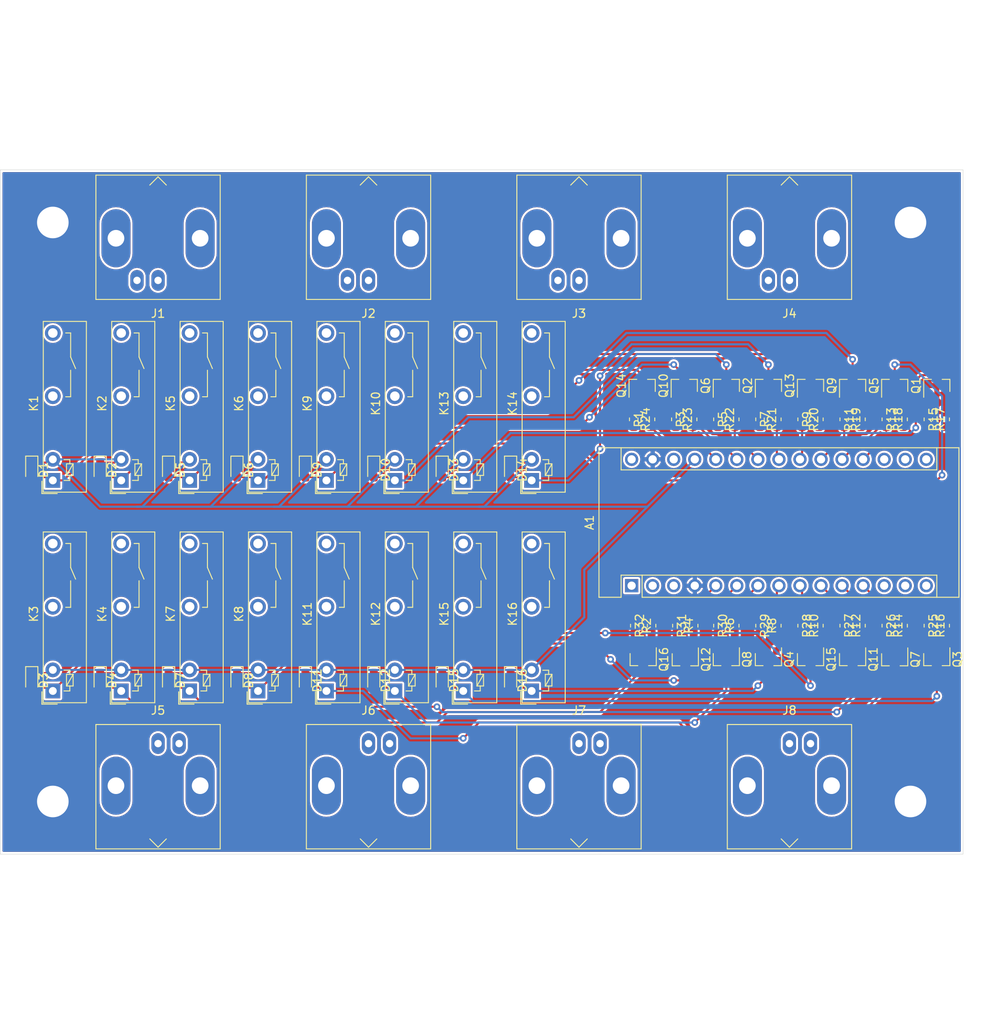
<source format=kicad_pcb>
(kicad_pcb (version 20171130) (host pcbnew "(5.1.6)-1")
  (layers (0 F.Cu signal) (1 In1.Cu signal) (2 In2.Cu signal) (31 B.Cu signal) (34 B.Paste user) (35 F.Paste user) (36 B.SilkS user) (37 F.SilkS user) (38 B.Mask user) (39 F.Mask user) (44 Edge.Cuts user))
  (net 0 "")
  (net 1 GND)
  (net 2 "Net-(A1-Pad12)")
  (net 3 "Net-(A1-Pad11)")
  (net 4 "Net-(A1-Pad26)")
  (net 5 "Net-(A1-Pad10)")
  (net 6 "Net-(A1-Pad25)")
  (net 7 "Net-(A1-Pad9)")
  (net 8 "Net-(A1-Pad24)")
  (net 9 "Net-(A1-Pad8)")
  (net 10 "Net-(A1-Pad23)")
  (net 11 "Net-(A1-Pad22)")
  (net 12 "Net-(A1-Pad21)")
  (net 13 "Net-(A1-Pad20)")
  (net 14 "Net-(A1-Pad19)")
  (net 15 /Shield)
  (net 16 "Net-(J5-Pad1)")
  (net 17 "Net-(J6-Pad1)")
  (net 18 "Net-(J7-Pad1)")
  (net 19 "Net-(J8-Pad1)")
  (net 20 "Net-(D1-Pad2)")
  (net 21 "Net-(D2-Pad2)")
  (net 22 "Net-(D3-Pad2)")
  (net 23 "Net-(D4-Pad2)")
  (net 24 "Net-(D5-Pad2)")
  (net 25 "Net-(D6-Pad2)")
  (net 26 "Net-(D7-Pad2)")
  (net 27 "Net-(D8-Pad2)")
  (net 28 "Net-(D9-Pad2)")
  (net 29 "Net-(D10-Pad2)")
  (net 30 "Net-(D11-Pad2)")
  (net 31 "Net-(D12-Pad2)")
  (net 32 "Net-(D13-Pad2)")
  (net 33 "Net-(D14-Pad2)")
  (net 34 "Net-(D15-Pad2)")
  (net 35 "Net-(D16-Pad2)")
  (net 36 "Net-(Q1-Pad1)")
  (net 37 "Net-(Q2-Pad1)")
  (net 38 "Net-(Q3-Pad1)")
  (net 39 "Net-(Q4-Pad1)")
  (net 40 "Net-(Q5-Pad1)")
  (net 41 "Net-(Q6-Pad1)")
  (net 42 "Net-(Q7-Pad1)")
  (net 43 "Net-(Q8-Pad1)")
  (net 44 "Net-(Q9-Pad1)")
  (net 45 "Net-(Q10-Pad1)")
  (net 46 "Net-(Q11-Pad1)")
  (net 47 "Net-(Q12-Pad1)")
  (net 48 "Net-(Q13-Pad1)")
  (net 49 "Net-(Q14-Pad1)")
  (net 50 "Net-(Q15-Pad1)")
  (net 51 "Net-(Q16-Pad1)")
  (net 52 +5V)
  (net 53 "Net-(A1-Pad7)")
  (net 54 "Net-(A1-Pad6)")
  (net 55 "Net-(A1-Pad5)")
  (net 56 "Net-(J1-Pad1)")
  (net 57 "Net-(J2-Pad1)")
  (net 58 "Net-(J3-Pad1)")
  (net 59 "Net-(J4-Pad1)")
  (module Diode_SMD:D_0603_1608Metric_Pad1.05x0.95mm_HandSolder (layer F.Cu) (at 118.745 119.38 270)
    (fp_text reference D16 (at 0 -1.43 90) (layer F.SilkS))
    (fp_text value D_Small)
    (pad 2 smd roundrect (at 0.875 0 270) (size 1.05 0.95) (layers F.Cu F.Paste F.Mask) (net 35 "Net-(D16-Pad2)"))
    (pad 1 smd roundrect (at -0.875 0 270) (size 1.05 0.95) (layers F.Cu F.Paste F.Mask) (net 52 +5V))
  )
  (module Diode_SMD:D_0603_1608Metric_Pad1.05x0.95mm_HandSolder (layer F.Cu) (at 110.49 119.38 270)
    (fp_text reference D15 (at 0 -1.43 90) (layer F.SilkS))
    (fp_text value D_Small)
    (pad 2 smd roundrect (at 0.875 0 270) (size 1.05 0.95) (layers F.Cu F.Paste F.Mask) (net 34 "Net-(D15-Pad2)"))
    (pad 1 smd roundrect (at -0.875 0 270) (size 1.05 0.95) (layers F.Cu F.Paste F.Mask) (net 52 +5V))
  )
  (module Diode_SMD:D_0603_1608Metric_Pad1.05x0.95mm_HandSolder (layer F.Cu) (at 118.745 93.98 270)
    (fp_text reference D14 (at 0 -1.43 90) (layer F.SilkS))
    (fp_text value D_Small)
    (pad 2 smd roundrect (at 0.875 0 270) (size 1.05 0.95) (layers F.Cu F.Paste F.Mask) (net 33 "Net-(D14-Pad2)"))
    (pad 1 smd roundrect (at -0.875 0 270) (size 1.05 0.95) (layers F.Cu F.Paste F.Mask) (net 52 +5V))
  )
  (module Diode_SMD:D_0603_1608Metric_Pad1.05x0.95mm_HandSolder (layer F.Cu) (at 110.49 93.98 270)
    (fp_text reference D13 (at 0 -1.43 90) (layer F.SilkS))
    (fp_text value D_Small)
    (pad 2 smd roundrect (at 0.875 0 270) (size 1.05 0.95) (layers F.Cu F.Paste F.Mask) (net 32 "Net-(D13-Pad2)"))
    (pad 1 smd roundrect (at -0.875 0 270) (size 1.05 0.95) (layers F.Cu F.Paste F.Mask) (net 52 +5V))
  )
  (module Diode_SMD:D_0603_1608Metric_Pad1.05x0.95mm_HandSolder (layer F.Cu) (at 102.235 119.38 270)
    (fp_text reference D12 (at 0 -1.43 90) (layer F.SilkS))
    (fp_text value D_Small)
    (pad 2 smd roundrect (at 0.875 0 270) (size 1.05 0.95) (layers F.Cu F.Paste F.Mask) (net 31 "Net-(D12-Pad2)"))
    (pad 1 smd roundrect (at -0.875 0 270) (size 1.05 0.95) (layers F.Cu F.Paste F.Mask) (net 52 +5V))
  )
  (module Diode_SMD:D_0603_1608Metric_Pad1.05x0.95mm_HandSolder (layer F.Cu) (at 93.98 119.38 270)
    (fp_text reference D11 (at 0 -1.43 90) (layer F.SilkS))
    (fp_text value D_Small)
    (pad 2 smd roundrect (at 0.875 0 270) (size 1.05 0.95) (layers F.Cu F.Paste F.Mask) (net 30 "Net-(D11-Pad2)"))
    (pad 1 smd roundrect (at -0.875 0 270) (size 1.05 0.95) (layers F.Cu F.Paste F.Mask) (net 52 +5V))
  )
  (module Diode_SMD:D_0603_1608Metric_Pad1.05x0.95mm_HandSolder (layer F.Cu) (at 102.235 93.98 270)
    (fp_text reference D10 (at 0 -1.43 90) (layer F.SilkS))
    (fp_text value D_Small)
    (pad 2 smd roundrect (at 0.875 0 270) (size 1.05 0.95) (layers F.Cu F.Paste F.Mask) (net 29 "Net-(D10-Pad2)"))
    (pad 1 smd roundrect (at -0.875 0 270) (size 1.05 0.95) (layers F.Cu F.Paste F.Mask) (net 52 +5V))
  )
  (module Diode_SMD:D_0603_1608Metric_Pad1.05x0.95mm_HandSolder (layer F.Cu) (at 93.98 93.98 270)
    (fp_text reference D9 (at 0 -1.43 90) (layer F.SilkS))
    (fp_text value D_Small)
    (pad 2 smd roundrect (at 0.875 0 270) (size 1.05 0.95) (layers F.Cu F.Paste F.Mask) (net 28 "Net-(D9-Pad2)"))
    (pad 1 smd roundrect (at -0.875 0 270) (size 1.05 0.95) (layers F.Cu F.Paste F.Mask) (net 52 +5V))
  )
  (module Diode_SMD:D_0603_1608Metric_Pad1.05x0.95mm_HandSolder (layer F.Cu) (at 85.725 119.38 270)
    (fp_text reference D8 (at 0 -1.43 90) (layer F.SilkS))
    (fp_text value D_Small)
    (pad 2 smd roundrect (at 0.875 0 270) (size 1.05 0.95) (layers F.Cu F.Paste F.Mask) (net 27 "Net-(D8-Pad2)"))
    (pad 1 smd roundrect (at -0.875 0 270) (size 1.05 0.95) (layers F.Cu F.Paste F.Mask) (net 52 +5V))
  )
  (module Diode_SMD:D_0603_1608Metric_Pad1.05x0.95mm_HandSolder (layer F.Cu) (at 77.47 119.38 270)
    (fp_text reference D7 (at 0 -1.43 90) (layer F.SilkS))
    (fp_text value D_Small)
    (pad 2 smd roundrect (at 0.875 0 270) (size 1.05 0.95) (layers F.Cu F.Paste F.Mask) (net 26 "Net-(D7-Pad2)"))
    (pad 1 smd roundrect (at -0.875 0 270) (size 1.05 0.95) (layers F.Cu F.Paste F.Mask) (net 52 +5V))
  )
  (module Diode_SMD:D_0603_1608Metric_Pad1.05x0.95mm_HandSolder (layer F.Cu) (at 85.725 93.98 270)
    (fp_text reference D6 (at 0 -1.43 90) (layer F.SilkS))
    (fp_text value D_Small)
    (pad 2 smd roundrect (at 0.875 0 270) (size 1.05 0.95) (layers F.Cu F.Paste F.Mask) (net 25 "Net-(D6-Pad2)"))
    (pad 1 smd roundrect (at -0.875 0 270) (size 1.05 0.95) (layers F.Cu F.Paste F.Mask) (net 52 +5V))
  )
  (module Diode_SMD:D_0603_1608Metric_Pad1.05x0.95mm_HandSolder (layer F.Cu) (at 77.47 93.98 270)
    (fp_text reference D5 (at 0 -1.43 90) (layer F.SilkS))
    (fp_text value D_Small)
    (pad 2 smd roundrect (at 0.875 0 270) (size 1.05 0.95) (layers F.Cu F.Paste F.Mask) (net 24 "Net-(D5-Pad2)"))
    (pad 1 smd roundrect (at -0.875 0 270) (size 1.05 0.95) (layers F.Cu F.Paste F.Mask) (net 52 +5V))
  )
  (module Diode_SMD:D_0603_1608Metric_Pad1.05x0.95mm_HandSolder (layer F.Cu) (at 69.215 119.38 270)
    (fp_text reference D4 (at 0 -1.43 90) (layer F.SilkS))
    (fp_text value D_Small)
    (pad 2 smd roundrect (at 0.875 0 270) (size 1.05 0.95) (layers F.Cu F.Paste F.Mask) (net 23 "Net-(D4-Pad2)"))
    (pad 1 smd roundrect (at -0.875 0 270) (size 1.05 0.95) (layers F.Cu F.Paste F.Mask) (net 52 +5V))
  )
  (module Diode_SMD:D_0603_1608Metric_Pad1.05x0.95mm_HandSolder (layer F.Cu) (at 60.96 119.38 270)
    (fp_text reference D3 (at 0 -1.43 90) (layer F.SilkS))
    (fp_text value D_Small)
    (pad 2 smd roundrect (at 0.875 0 270) (size 1.05 0.95) (layers F.Cu F.Paste F.Mask) (net 22 "Net-(D3-Pad2)"))
    (pad 1 smd roundrect (at -0.875 0 270) (size 1.05 0.95) (layers F.Cu F.Paste F.Mask) (net 52 +5V))
  )
  (module Diode_SMD:D_0603_1608Metric_Pad1.05x0.95mm_HandSolder (layer F.Cu) (at 69.215 93.98 270)
    (fp_text reference D2 (at 0 -1.43 90) (layer F.SilkS))
    (fp_text value D_Small)
    (pad 2 smd roundrect (at 0.875 0 270) (size 1.05 0.95) (layers F.Cu F.Paste F.Mask) (net 21 "Net-(D2-Pad2)"))
    (pad 1 smd roundrect (at -0.875 0 270) (size 1.05 0.95) (layers F.Cu F.Paste F.Mask) (net 52 +5V))
  )
  (module Diode_SMD:D_0603_1608Metric_Pad1.05x0.95mm_HandSolder (layer F.Cu) (at 60.96 93.98 270)
    (fp_text reference D1 (at 0 -1.43 90) (layer F.SilkS))
    (fp_text value D_Small)
    (pad 2 smd roundrect (at 0.875 0 270) (size 1.05 0.95) (layers F.Cu F.Paste F.Mask) (net 20 "Net-(D1-Pad2)"))
    (pad 1 smd roundrect (at -0.875 0 270) (size 1.05 0.95) (layers F.Cu F.Paste F.Mask) (net 52 +5V))
  )
  (module Connector_Coaxial:BNC_Amphenol_B6252HB-NPP3G-50_Horizontal (layer F.Cu) (at 152.4 127 180)
    (fp_text reference J8 (at 0 4) (layer F.SilkS))
    (fp_text value Conn_Coaxial)
    (pad 2 thru_hole oval (at -2.54 0 180) (size 1.6 2.5) (drill 0.89) (layers *.Cu *.Mask) (net 15 /Shield))
    (pad 1 thru_hole oval (at 0 0 180) (size 1.6 2.5) (drill 0.89) (layers *.Cu *.Mask) (net 19 "Net-(J8-Pad1)"))
    (pad 2 thru_hole oval (at 5.08 -5.08 180) (size 3.5 7) (drill 2.01) (layers *.Cu *.Mask) (net 15 /Shield))
    (pad 2 thru_hole oval (at -5.08 -5.08 180) (size 3.5 7) (drill 2.01) (layers *.Cu *.Mask) (net 15 /Shield))
  )
  (module Connector_Coaxial:BNC_Amphenol_B6252HB-NPP3G-50_Horizontal (layer F.Cu) (at 127 127 180)
    (fp_text reference J7 (at 0 4) (layer F.SilkS))
    (fp_text value Conn_Coaxial)
    (pad 2 thru_hole oval (at -2.54 0 180) (size 1.6 2.5) (drill 0.89) (layers *.Cu *.Mask) (net 15 /Shield))
    (pad 1 thru_hole oval (at 0 0 180) (size 1.6 2.5) (drill 0.89) (layers *.Cu *.Mask) (net 18 "Net-(J7-Pad1)"))
    (pad 2 thru_hole oval (at 5.08 -5.08 180) (size 3.5 7) (drill 2.01) (layers *.Cu *.Mask) (net 15 /Shield))
    (pad 2 thru_hole oval (at -5.08 -5.08 180) (size 3.5 7) (drill 2.01) (layers *.Cu *.Mask) (net 15 /Shield))
  )
  (module Connector_Coaxial:BNC_Amphenol_B6252HB-NPP3G-50_Horizontal (layer F.Cu) (at 101.6 127 180)
    (fp_text reference J6 (at 0 4) (layer F.SilkS))
    (fp_text value Conn_Coaxial)
    (pad 2 thru_hole oval (at -2.54 0 180) (size 1.6 2.5) (drill 0.89) (layers *.Cu *.Mask) (net 15 /Shield))
    (pad 1 thru_hole oval (at 0 0 180) (size 1.6 2.5) (drill 0.89) (layers *.Cu *.Mask) (net 17 "Net-(J6-Pad1)"))
    (pad 2 thru_hole oval (at 5.08 -5.08 180) (size 3.5 7) (drill 2.01) (layers *.Cu *.Mask) (net 15 /Shield))
    (pad 2 thru_hole oval (at -5.08 -5.08 180) (size 3.5 7) (drill 2.01) (layers *.Cu *.Mask) (net 15 /Shield))
  )
  (module Connector_Coaxial:BNC_Amphenol_B6252HB-NPP3G-50_Horizontal (layer F.Cu) (at 76.2 127 180)
    (fp_text reference J5 (at 0 4) (layer F.SilkS))
    (fp_text value Conn_Coaxial)
    (pad 2 thru_hole oval (at -2.54 0 180) (size 1.6 2.5) (drill 0.89) (layers *.Cu *.Mask) (net 15 /Shield))
    (pad 1 thru_hole oval (at 0 0 180) (size 1.6 2.5) (drill 0.89) (layers *.Cu *.Mask) (net 16 "Net-(J5-Pad1)"))
    (pad 2 thru_hole oval (at 5.08 -5.08 180) (size 3.5 7) (drill 2.01) (layers *.Cu *.Mask) (net 15 /Shield))
    (pad 2 thru_hole oval (at -5.08 -5.08 180) (size 3.5 7) (drill 2.01) (layers *.Cu *.Mask) (net 15 /Shield))
  )
  (module Connector_Coaxial:BNC_Amphenol_B6252HB-NPP3G-50_Horizontal (layer F.Cu) (at 152.4 71.12)
    (fp_text reference J4 (at 0 4) (layer F.SilkS))
    (fp_text value Conn_Coaxial)
    (pad 2 thru_hole oval (at -2.54 0) (size 1.6 2.5) (drill 0.89) (layers *.Cu *.Mask) (net 15 /Shield))
    (pad 1 thru_hole oval (at 0 0) (size 1.6 2.5) (drill 0.89) (layers *.Cu *.Mask) (net 59 "Net-(J4-Pad1)"))
    (pad 2 thru_hole oval (at 5.08 -5.08) (size 3.5 7) (drill 2.01) (layers *.Cu *.Mask) (net 15 /Shield))
    (pad 2 thru_hole oval (at -5.08 -5.08) (size 3.5 7) (drill 2.01) (layers *.Cu *.Mask) (net 15 /Shield))
  )
  (module Connector_Coaxial:BNC_Amphenol_B6252HB-NPP3G-50_Horizontal (layer F.Cu) (at 127 71.12)
    (fp_text reference J3 (at 0 4) (layer F.SilkS))
    (fp_text value Conn_Coaxial)
    (pad 2 thru_hole oval (at -2.54 0) (size 1.6 2.5) (drill 0.89) (layers *.Cu *.Mask) (net 15 /Shield))
    (pad 1 thru_hole oval (at 0 0) (size 1.6 2.5) (drill 0.89) (layers *.Cu *.Mask) (net 58 "Net-(J3-Pad1)"))
    (pad 2 thru_hole oval (at 5.08 -5.08) (size 3.5 7) (drill 2.01) (layers *.Cu *.Mask) (net 15 /Shield))
    (pad 2 thru_hole oval (at -5.08 -5.08) (size 3.5 7) (drill 2.01) (layers *.Cu *.Mask) (net 15 /Shield))
  )
  (module Connector_Coaxial:BNC_Amphenol_B6252HB-NPP3G-50_Horizontal (layer F.Cu) (at 101.6 71.12)
    (fp_text reference J2 (at 0 4) (layer F.SilkS))
    (fp_text value Conn_Coaxial)
    (pad 2 thru_hole oval (at -2.54 0) (size 1.6 2.5) (drill 0.89) (layers *.Cu *.Mask) (net 15 /Shield))
    (pad 1 thru_hole oval (at 0 0) (size 1.6 2.5) (drill 0.89) (layers *.Cu *.Mask) (net 57 "Net-(J2-Pad1)"))
    (pad 2 thru_hole oval (at 5.08 -5.08) (size 3.5 7) (drill 2.01) (layers *.Cu *.Mask) (net 15 /Shield))
    (pad 2 thru_hole oval (at -5.08 -5.08) (size 3.5 7) (drill 2.01) (layers *.Cu *.Mask) (net 15 /Shield))
  )
  (module Connector_Coaxial:BNC_Amphenol_B6252HB-NPP3G-50_Horizontal (layer F.Cu) (at 76.2 71.12)
    (fp_text reference J1 (at 0 4) (layer F.SilkS))
    (fp_text value Conn_Coaxial)
    (pad 2 thru_hole oval (at -2.54 0) (size 1.6 2.5) (drill 0.89) (layers *.Cu *.Mask) (net 15 /Shield))
    (pad 1 thru_hole oval (at 0 0) (size 1.6 2.5) (drill 0.89) (layers *.Cu *.Mask) (net 56 "Net-(J1-Pad1)"))
    (pad 2 thru_hole oval (at 5.08 -5.08) (size 3.5 7) (drill 2.01) (layers *.Cu *.Mask) (net 15 /Shield))
    (pad 2 thru_hole oval (at -5.08 -5.08) (size 3.5 7) (drill 2.01) (layers *.Cu *.Mask) (net 15 /Shield))
  )
  (module Omniplex:Relay_SPST_TE_PCN-1xxD3MHZ_Mod (layer F.Cu) (at 121.285 120.65 90)
    (fp_text reference K16 (at 9.28 -2.3 270) (layer F.SilkS))
    (fp_text value TE_PCH-1xxx2M)
    (pad 5 thru_hole circle (at 2.54 0 90) (size 1.778 1.778) (drill 0.95) (layers *.Cu *.Mask) (net 52 +5V))
    (pad 1 thru_hole rect (at 0 0 90) (size 1.778 1.778) (drill 0.95) (layers *.Cu *.Mask) (net 35 "Net-(D16-Pad2)"))
    (pad 3 thru_hole circle (at 10.16 0 90) (size 1.9 1.9) (drill 1.15) (layers *.Cu *.Mask) (net 19 "Net-(J8-Pad1)"))
    (pad 2 thru_hole circle (at 17.78 0 90) (size 1.9 1.9) (drill 1.15) (layers *.Cu *.Mask) (net 59 "Net-(J4-Pad1)"))
  )
  (module Omniplex:Relay_SPST_TE_PCN-1xxD3MHZ_Mod (layer F.Cu) (at 113.03 120.65 90)
    (fp_text reference K15 (at 9.28 -2.3 270) (layer F.SilkS))
    (fp_text value TE_PCH-1xxx2M)
    (pad 5 thru_hole circle (at 2.54 0 90) (size 1.778 1.778) (drill 0.95) (layers *.Cu *.Mask) (net 52 +5V))
    (pad 1 thru_hole rect (at 0 0 90) (size 1.778 1.778) (drill 0.95) (layers *.Cu *.Mask) (net 34 "Net-(D15-Pad2)"))
    (pad 3 thru_hole circle (at 10.16 0 90) (size 1.9 1.9) (drill 1.15) (layers *.Cu *.Mask) (net 18 "Net-(J7-Pad1)"))
    (pad 2 thru_hole circle (at 17.78 0 90) (size 1.9 1.9) (drill 1.15) (layers *.Cu *.Mask) (net 59 "Net-(J4-Pad1)"))
  )
  (module Omniplex:Relay_SPST_TE_PCN-1xxD3MHZ_Mod (layer F.Cu) (at 121.285 95.25 90)
    (fp_text reference K14 (at 9.28 -2.3 270) (layer F.SilkS))
    (fp_text value TE_PCH-1xxx2M)
    (pad 5 thru_hole circle (at 2.54 0 90) (size 1.778 1.778) (drill 0.95) (layers *.Cu *.Mask) (net 52 +5V))
    (pad 1 thru_hole rect (at 0 0 90) (size 1.778 1.778) (drill 0.95) (layers *.Cu *.Mask) (net 33 "Net-(D14-Pad2)"))
    (pad 3 thru_hole circle (at 10.16 0 90) (size 1.9 1.9) (drill 1.15) (layers *.Cu *.Mask) (net 17 "Net-(J6-Pad1)"))
    (pad 2 thru_hole circle (at 17.78 0 90) (size 1.9 1.9) (drill 1.15) (layers *.Cu *.Mask) (net 59 "Net-(J4-Pad1)"))
  )
  (module Omniplex:Relay_SPST_TE_PCN-1xxD3MHZ_Mod (layer F.Cu) (at 113.03 95.25 90)
    (fp_text reference K13 (at 9.28 -2.3 270) (layer F.SilkS))
    (fp_text value TE_PCH-1xxx2M)
    (pad 5 thru_hole circle (at 2.54 0 90) (size 1.778 1.778) (drill 0.95) (layers *.Cu *.Mask) (net 52 +5V))
    (pad 1 thru_hole rect (at 0 0 90) (size 1.778 1.778) (drill 0.95) (layers *.Cu *.Mask) (net 32 "Net-(D13-Pad2)"))
    (pad 3 thru_hole circle (at 10.16 0 90) (size 1.9 1.9) (drill 1.15) (layers *.Cu *.Mask) (net 16 "Net-(J5-Pad1)"))
    (pad 2 thru_hole circle (at 17.78 0 90) (size 1.9 1.9) (drill 1.15) (layers *.Cu *.Mask) (net 59 "Net-(J4-Pad1)"))
  )
  (module Omniplex:Relay_SPST_TE_PCN-1xxD3MHZ_Mod (layer F.Cu) (at 104.775 120.65 90)
    (fp_text reference K12 (at 9.28 -2.3 270) (layer F.SilkS))
    (fp_text value TE_PCH-1xxx2M)
    (pad 5 thru_hole circle (at 2.54 0 90) (size 1.778 1.778) (drill 0.95) (layers *.Cu *.Mask) (net 52 +5V))
    (pad 1 thru_hole rect (at 0 0 90) (size 1.778 1.778) (drill 0.95) (layers *.Cu *.Mask) (net 31 "Net-(D12-Pad2)"))
    (pad 3 thru_hole circle (at 10.16 0 90) (size 1.9 1.9) (drill 1.15) (layers *.Cu *.Mask) (net 19 "Net-(J8-Pad1)"))
    (pad 2 thru_hole circle (at 17.78 0 90) (size 1.9 1.9) (drill 1.15) (layers *.Cu *.Mask) (net 58 "Net-(J3-Pad1)"))
  )
  (module Omniplex:Relay_SPST_TE_PCN-1xxD3MHZ_Mod (layer F.Cu) (at 96.52 120.65 90)
    (fp_text reference K11 (at 9.28 -2.3 270) (layer F.SilkS))
    (fp_text value TE_PCH-1xxx2M)
    (pad 5 thru_hole circle (at 2.54 0 90) (size 1.778 1.778) (drill 0.95) (layers *.Cu *.Mask) (net 52 +5V))
    (pad 1 thru_hole rect (at 0 0 90) (size 1.778 1.778) (drill 0.95) (layers *.Cu *.Mask) (net 30 "Net-(D11-Pad2)"))
    (pad 3 thru_hole circle (at 10.16 0 90) (size 1.9 1.9) (drill 1.15) (layers *.Cu *.Mask) (net 18 "Net-(J7-Pad1)"))
    (pad 2 thru_hole circle (at 17.78 0 90) (size 1.9 1.9) (drill 1.15) (layers *.Cu *.Mask) (net 58 "Net-(J3-Pad1)"))
  )
  (module Omniplex:Relay_SPST_TE_PCN-1xxD3MHZ_Mod (layer F.Cu) (at 104.775 95.25 90)
    (fp_text reference K10 (at 9.28 -2.3 270) (layer F.SilkS))
    (fp_text value TE_PCH-1xxx2M)
    (pad 5 thru_hole circle (at 2.54 0 90) (size 1.778 1.778) (drill 0.95) (layers *.Cu *.Mask) (net 52 +5V))
    (pad 1 thru_hole rect (at 0 0 90) (size 1.778 1.778) (drill 0.95) (layers *.Cu *.Mask) (net 29 "Net-(D10-Pad2)"))
    (pad 3 thru_hole circle (at 10.16 0 90) (size 1.9 1.9) (drill 1.15) (layers *.Cu *.Mask) (net 17 "Net-(J6-Pad1)"))
    (pad 2 thru_hole circle (at 17.78 0 90) (size 1.9 1.9) (drill 1.15) (layers *.Cu *.Mask) (net 58 "Net-(J3-Pad1)"))
  )
  (module Omniplex:Relay_SPST_TE_PCN-1xxD3MHZ_Mod (layer F.Cu) (at 96.52 95.25 90)
    (fp_text reference K9 (at 9.28 -2.3 270) (layer F.SilkS))
    (fp_text value TE_PCH-1xxx2M)
    (pad 5 thru_hole circle (at 2.54 0 90) (size 1.778 1.778) (drill 0.95) (layers *.Cu *.Mask) (net 52 +5V))
    (pad 1 thru_hole rect (at 0 0 90) (size 1.778 1.778) (drill 0.95) (layers *.Cu *.Mask) (net 28 "Net-(D9-Pad2)"))
    (pad 3 thru_hole circle (at 10.16 0 90) (size 1.9 1.9) (drill 1.15) (layers *.Cu *.Mask) (net 16 "Net-(J5-Pad1)"))
    (pad 2 thru_hole circle (at 17.78 0 90) (size 1.9 1.9) (drill 1.15) (layers *.Cu *.Mask) (net 58 "Net-(J3-Pad1)"))
  )
  (module Omniplex:Relay_SPST_TE_PCN-1xxD3MHZ_Mod (layer F.Cu) (at 88.265 120.65 90)
    (fp_text reference K8 (at 9.28 -2.3 270) (layer F.SilkS))
    (fp_text value TE_PCH-1xxx2M)
    (pad 5 thru_hole circle (at 2.54 0 90) (size 1.778 1.778) (drill 0.95) (layers *.Cu *.Mask) (net 52 +5V))
    (pad 1 thru_hole rect (at 0 0 90) (size 1.778 1.778) (drill 0.95) (layers *.Cu *.Mask) (net 27 "Net-(D8-Pad2)"))
    (pad 3 thru_hole circle (at 10.16 0 90) (size 1.9 1.9) (drill 1.15) (layers *.Cu *.Mask) (net 19 "Net-(J8-Pad1)"))
    (pad 2 thru_hole circle (at 17.78 0 90) (size 1.9 1.9) (drill 1.15) (layers *.Cu *.Mask) (net 57 "Net-(J2-Pad1)"))
  )
  (module Omniplex:Relay_SPST_TE_PCN-1xxD3MHZ_Mod (layer F.Cu) (at 80.01 120.65 90)
    (fp_text reference K7 (at 9.28 -2.3 270) (layer F.SilkS))
    (fp_text value TE_PCH-1xxx2M)
    (pad 5 thru_hole circle (at 2.54 0 90) (size 1.778 1.778) (drill 0.95) (layers *.Cu *.Mask) (net 52 +5V))
    (pad 1 thru_hole rect (at 0 0 90) (size 1.778 1.778) (drill 0.95) (layers *.Cu *.Mask) (net 26 "Net-(D7-Pad2)"))
    (pad 3 thru_hole circle (at 10.16 0 90) (size 1.9 1.9) (drill 1.15) (layers *.Cu *.Mask) (net 18 "Net-(J7-Pad1)"))
    (pad 2 thru_hole circle (at 17.78 0 90) (size 1.9 1.9) (drill 1.15) (layers *.Cu *.Mask) (net 57 "Net-(J2-Pad1)"))
  )
  (module Omniplex:Relay_SPST_TE_PCN-1xxD3MHZ_Mod (layer F.Cu) (at 88.265 95.25 90)
    (fp_text reference K6 (at 9.28 -2.3 270) (layer F.SilkS))
    (fp_text value TE_PCH-1xxx2M)
    (pad 5 thru_hole circle (at 2.54 0 90) (size 1.778 1.778) (drill 0.95) (layers *.Cu *.Mask) (net 52 +5V))
    (pad 1 thru_hole rect (at 0 0 90) (size 1.778 1.778) (drill 0.95) (layers *.Cu *.Mask) (net 25 "Net-(D6-Pad2)"))
    (pad 3 thru_hole circle (at 10.16 0 90) (size 1.9 1.9) (drill 1.15) (layers *.Cu *.Mask) (net 17 "Net-(J6-Pad1)"))
    (pad 2 thru_hole circle (at 17.78 0 90) (size 1.9 1.9) (drill 1.15) (layers *.Cu *.Mask) (net 57 "Net-(J2-Pad1)"))
  )
  (module Omniplex:Relay_SPST_TE_PCN-1xxD3MHZ_Mod (layer F.Cu) (at 80.01 95.25 90)
    (fp_text reference K5 (at 9.28 -2.3 270) (layer F.SilkS))
    (fp_text value TE_PCH-1xxx2M)
    (pad 5 thru_hole circle (at 2.54 0 90) (size 1.778 1.778) (drill 0.95) (layers *.Cu *.Mask) (net 52 +5V))
    (pad 1 thru_hole rect (at 0 0 90) (size 1.778 1.778) (drill 0.95) (layers *.Cu *.Mask) (net 24 "Net-(D5-Pad2)"))
    (pad 3 thru_hole circle (at 10.16 0 90) (size 1.9 1.9) (drill 1.15) (layers *.Cu *.Mask) (net 16 "Net-(J5-Pad1)"))
    (pad 2 thru_hole circle (at 17.78 0 90) (size 1.9 1.9) (drill 1.15) (layers *.Cu *.Mask) (net 57 "Net-(J2-Pad1)"))
  )
  (module Omniplex:Relay_SPST_TE_PCN-1xxD3MHZ_Mod (layer F.Cu) (at 71.755 120.65 90)
    (fp_text reference K4 (at 9.28 -2.3 270) (layer F.SilkS))
    (fp_text value TE_PCH-1xxx2M)
    (pad 5 thru_hole circle (at 2.54 0 90) (size 1.778 1.778) (drill 0.95) (layers *.Cu *.Mask) (net 52 +5V))
    (pad 1 thru_hole rect (at 0 0 90) (size 1.778 1.778) (drill 0.95) (layers *.Cu *.Mask) (net 23 "Net-(D4-Pad2)"))
    (pad 3 thru_hole circle (at 10.16 0 90) (size 1.9 1.9) (drill 1.15) (layers *.Cu *.Mask) (net 19 "Net-(J8-Pad1)"))
    (pad 2 thru_hole circle (at 17.78 0 90) (size 1.9 1.9) (drill 1.15) (layers *.Cu *.Mask) (net 56 "Net-(J1-Pad1)"))
  )
  (module Omniplex:Relay_SPST_TE_PCN-1xxD3MHZ_Mod (layer F.Cu) (at 63.5 120.65 90)
    (fp_text reference K3 (at 9.28 -2.3 270) (layer F.SilkS))
    (fp_text value TE_PCH-1xxx2M)
    (pad 5 thru_hole circle (at 2.54 0 90) (size 1.778 1.778) (drill 0.95) (layers *.Cu *.Mask) (net 52 +5V))
    (pad 1 thru_hole rect (at 0 0 90) (size 1.778 1.778) (drill 0.95) (layers *.Cu *.Mask) (net 22 "Net-(D3-Pad2)"))
    (pad 3 thru_hole circle (at 10.16 0 90) (size 1.9 1.9) (drill 1.15) (layers *.Cu *.Mask) (net 18 "Net-(J7-Pad1)"))
    (pad 2 thru_hole circle (at 17.78 0 90) (size 1.9 1.9) (drill 1.15) (layers *.Cu *.Mask) (net 56 "Net-(J1-Pad1)"))
  )
  (module Omniplex:Relay_SPST_TE_PCN-1xxD3MHZ_Mod (layer F.Cu) (at 71.755 95.25 90)
    (fp_text reference K2 (at 9.28 -2.3 270) (layer F.SilkS))
    (fp_text value TE_PCH-1xxx2M)
    (pad 5 thru_hole circle (at 2.54 0 90) (size 1.778 1.778) (drill 0.95) (layers *.Cu *.Mask) (net 52 +5V))
    (pad 1 thru_hole rect (at 0 0 90) (size 1.778 1.778) (drill 0.95) (layers *.Cu *.Mask) (net 21 "Net-(D2-Pad2)"))
    (pad 3 thru_hole circle (at 10.16 0 90) (size 1.9 1.9) (drill 1.15) (layers *.Cu *.Mask) (net 17 "Net-(J6-Pad1)"))
    (pad 2 thru_hole circle (at 17.78 0 90) (size 1.9 1.9) (drill 1.15) (layers *.Cu *.Mask) (net 56 "Net-(J1-Pad1)"))
  )
  (module Omniplex:Relay_SPST_TE_PCN-1xxD3MHZ_Mod (layer F.Cu) (at 63.5 95.25 90)
    (fp_text reference K1 (at 9.28 -2.3 270) (layer F.SilkS))
    (fp_text value TE_PCH-1xxx2M)
    (pad 5 thru_hole circle (at 2.54 0 90) (size 1.778 1.778) (drill 0.95) (layers *.Cu *.Mask) (net 52 +5V))
    (pad 1 thru_hole rect (at 0 0 90) (size 1.778 1.778) (drill 0.95) (layers *.Cu *.Mask) (net 20 "Net-(D1-Pad2)"))
    (pad 3 thru_hole circle (at 10.16 0 90) (size 1.9 1.9) (drill 1.15) (layers *.Cu *.Mask) (net 16 "Net-(J5-Pad1)"))
    (pad 2 thru_hole circle (at 17.78 0 90) (size 1.9 1.9) (drill 1.15) (layers *.Cu *.Mask) (net 56 "Net-(J1-Pad1)"))
  )
  (module Resistor_SMD:R_0603_1608Metric_Pad1.05x0.95mm_HandSolder (layer F.Cu) (at 135.763 112.776 90)
    (fp_text reference R32 (at 0 -1.43 90) (layer F.SilkS))
    (fp_text value 100)
    (pad 2 smd roundrect (at 0.875 0 90) (size 1.05 0.95) (layers F.Cu F.Paste F.Mask) (net 55 "Net-(A1-Pad5)"))
    (pad 1 smd roundrect (at -0.875 0 90) (size 1.05 0.95) (layers F.Cu F.Paste F.Mask) (net 51 "Net-(Q16-Pad1)"))
  )
  (module Resistor_SMD:R_0603_1608Metric_Pad1.05x0.95mm_HandSolder (layer F.Cu) (at 140.843 112.776 90)
    (fp_text reference R31 (at 0 -1.43 90) (layer F.SilkS))
    (fp_text value 100)
    (pad 2 smd roundrect (at 0.875 0 90) (size 1.05 0.95) (layers F.Cu F.Paste F.Mask) (net 54 "Net-(A1-Pad6)"))
    (pad 1 smd roundrect (at -0.875 0 90) (size 1.05 0.95) (layers F.Cu F.Paste F.Mask) (net 47 "Net-(Q12-Pad1)"))
  )
  (module Resistor_SMD:R_0603_1608Metric_Pad1.05x0.95mm_HandSolder (layer F.Cu) (at 145.796 112.776 90)
    (fp_text reference R30 (at 0 -1.43 90) (layer F.SilkS))
    (fp_text value 100)
    (pad 2 smd roundrect (at 0.875 0 90) (size 1.05 0.95) (layers F.Cu F.Paste F.Mask) (net 53 "Net-(A1-Pad7)"))
    (pad 1 smd roundrect (at -0.875 0 90) (size 1.05 0.95) (layers F.Cu F.Paste F.Mask) (net 43 "Net-(Q8-Pad1)"))
  )
  (module Resistor_SMD:R_0603_1608Metric_Pad1.05x0.95mm_HandSolder (layer F.Cu) (at 150.876 112.776 90)
    (fp_text reference R29 (at 0 -1.43 90) (layer F.SilkS))
    (fp_text value 100)
    (pad 2 smd roundrect (at 0.875 0 90) (size 1.05 0.95) (layers F.Cu F.Paste F.Mask) (net 9 "Net-(A1-Pad8)"))
    (pad 1 smd roundrect (at -0.875 0 90) (size 1.05 0.95) (layers F.Cu F.Paste F.Mask) (net 39 "Net-(Q4-Pad1)"))
  )
  (module Resistor_SMD:R_0603_1608Metric_Pad1.05x0.95mm_HandSolder (layer F.Cu) (at 155.956 112.776 90)
    (fp_text reference R28 (at 0 -1.43 90) (layer F.SilkS))
    (fp_text value 100)
    (pad 2 smd roundrect (at 0.875 0 90) (size 1.05 0.95) (layers F.Cu F.Paste F.Mask) (net 7 "Net-(A1-Pad9)"))
    (pad 1 smd roundrect (at -0.875 0 90) (size 1.05 0.95) (layers F.Cu F.Paste F.Mask) (net 50 "Net-(Q15-Pad1)"))
  )
  (module Resistor_SMD:R_0603_1608Metric_Pad1.05x0.95mm_HandSolder (layer F.Cu) (at 161.036 112.776 90)
    (fp_text reference R27 (at 0 -1.43 90) (layer F.SilkS))
    (fp_text value 100)
    (pad 2 smd roundrect (at 0.875 0 90) (size 1.05 0.95) (layers F.Cu F.Paste F.Mask) (net 5 "Net-(A1-Pad10)"))
    (pad 1 smd roundrect (at -0.875 0 90) (size 1.05 0.95) (layers F.Cu F.Paste F.Mask) (net 46 "Net-(Q11-Pad1)"))
  )
  (module Resistor_SMD:R_0603_1608Metric_Pad1.05x0.95mm_HandSolder (layer F.Cu) (at 166.116 112.776 90)
    (fp_text reference R26 (at 0 -1.43 90) (layer F.SilkS))
    (fp_text value 100)
    (pad 2 smd roundrect (at 0.875 0 90) (size 1.05 0.95) (layers F.Cu F.Paste F.Mask) (net 3 "Net-(A1-Pad11)"))
    (pad 1 smd roundrect (at -0.875 0 90) (size 1.05 0.95) (layers F.Cu F.Paste F.Mask) (net 42 "Net-(Q7-Pad1)"))
  )
  (module Resistor_SMD:R_0603_1608Metric_Pad1.05x0.95mm_HandSolder (layer F.Cu) (at 171.196 112.776 90)
    (fp_text reference R25 (at 0 -1.43 90) (layer F.SilkS))
    (fp_text value 100)
    (pad 2 smd roundrect (at 0.875 0 90) (size 1.05 0.95) (layers F.Cu F.Paste F.Mask) (net 2 "Net-(A1-Pad12)"))
    (pad 1 smd roundrect (at -0.875 0 90) (size 1.05 0.95) (layers F.Cu F.Paste F.Mask) (net 38 "Net-(Q3-Pad1)"))
  )
  (module Resistor_SMD:R_0603_1608Metric_Pad1.05x0.95mm_HandSolder (layer F.Cu) (at 133.604 87.884 270)
    (fp_text reference R24 (at 0 -1.43 90) (layer F.SilkS))
    (fp_text value 100)
    (pad 2 smd roundrect (at 0.875 0 270) (size 1.05 0.95) (layers F.Cu F.Paste F.Mask) (net 4 "Net-(A1-Pad26)"))
    (pad 1 smd roundrect (at -0.875 0 270) (size 1.05 0.95) (layers F.Cu F.Paste F.Mask) (net 49 "Net-(Q14-Pad1)"))
  )
  (module Resistor_SMD:R_0603_1608Metric_Pad1.05x0.95mm_HandSolder (layer F.Cu) (at 138.684 87.884 270)
    (fp_text reference R23 (at 0 -1.43 90) (layer F.SilkS))
    (fp_text value 100)
    (pad 2 smd roundrect (at 0.875 0 270) (size 1.05 0.95) (layers F.Cu F.Paste F.Mask) (net 6 "Net-(A1-Pad25)"))
    (pad 1 smd roundrect (at -0.875 0 270) (size 1.05 0.95) (layers F.Cu F.Paste F.Mask) (net 45 "Net-(Q10-Pad1)"))
  )
  (module Resistor_SMD:R_0603_1608Metric_Pad1.05x0.95mm_HandSolder (layer F.Cu) (at 143.764 87.884 270)
    (fp_text reference R22 (at 0 -1.43 90) (layer F.SilkS))
    (fp_text value 100)
    (pad 2 smd roundrect (at 0.875 0 270) (size 1.05 0.95) (layers F.Cu F.Paste F.Mask) (net 8 "Net-(A1-Pad24)"))
    (pad 1 smd roundrect (at -0.875 0 270) (size 1.05 0.95) (layers F.Cu F.Paste F.Mask) (net 41 "Net-(Q6-Pad1)"))
  )
  (module Resistor_SMD:R_0603_1608Metric_Pad1.05x0.95mm_HandSolder (layer F.Cu) (at 148.844 87.884 270)
    (fp_text reference R21 (at 0 -1.43 90) (layer F.SilkS))
    (fp_text value 100)
    (pad 2 smd roundrect (at 0.875 0 270) (size 1.05 0.95) (layers F.Cu F.Paste F.Mask) (net 10 "Net-(A1-Pad23)"))
    (pad 1 smd roundrect (at -0.875 0 270) (size 1.05 0.95) (layers F.Cu F.Paste F.Mask) (net 37 "Net-(Q2-Pad1)"))
  )
  (module Resistor_SMD:R_0603_1608Metric_Pad1.05x0.95mm_HandSolder (layer F.Cu) (at 153.924 87.884 270)
    (fp_text reference R20 (at 0 -1.43 90) (layer F.SilkS))
    (fp_text value 100)
    (pad 1 smd roundrect (at -0.875 0 270) (size 1.05 0.95) (layers F.Cu F.Paste F.Mask) (net 48 "Net-(Q13-Pad1)"))
    (pad 2 smd roundrect (at 0.875 0 270) (size 1.05 0.95) (layers F.Cu F.Paste F.Mask) (net 11 "Net-(A1-Pad22)"))
  )
  (module Resistor_SMD:R_0603_1608Metric_Pad1.05x0.95mm_HandSolder (layer F.Cu) (at 159.004 87.884 270)
    (fp_text reference R19 (at 0 -1.43 90) (layer F.SilkS))
    (fp_text value 100)
    (pad 2 smd roundrect (at 0.875 0 270) (size 1.05 0.95) (layers F.Cu F.Paste F.Mask) (net 12 "Net-(A1-Pad21)"))
    (pad 1 smd roundrect (at -0.875 0 270) (size 1.05 0.95) (layers F.Cu F.Paste F.Mask) (net 44 "Net-(Q9-Pad1)"))
  )
  (module Resistor_SMD:R_0603_1608Metric_Pad1.05x0.95mm_HandSolder (layer F.Cu) (at 164.084 87.884 270)
    (fp_text reference R18 (at 0 -1.43 90) (layer F.SilkS))
    (fp_text value 100)
    (pad 2 smd roundrect (at 0.875 0 270) (size 1.05 0.95) (layers F.Cu F.Paste F.Mask) (net 13 "Net-(A1-Pad20)"))
    (pad 1 smd roundrect (at -0.875 0 270) (size 1.05 0.95) (layers F.Cu F.Paste F.Mask) (net 40 "Net-(Q5-Pad1)"))
  )
  (module Resistor_SMD:R_0603_1608Metric_Pad1.05x0.95mm_HandSolder (layer F.Cu) (at 169.164 87.884 270)
    (fp_text reference R17 (at 0 -1.43 90) (layer F.SilkS))
    (fp_text value 100)
    (pad 2 smd roundrect (at 0.875 0 270) (size 1.05 0.95) (layers F.Cu F.Paste F.Mask) (net 14 "Net-(A1-Pad19)"))
    (pad 1 smd roundrect (at -0.875 0 270) (size 1.05 0.95) (layers F.Cu F.Paste F.Mask) (net 36 "Net-(Q1-Pad1)"))
  )
  (module Resistor_SMD:R_0603_1608Metric_Pad1.05x0.95mm_HandSolder (layer F.Cu) (at 169.164 112.776 270)
    (fp_text reference R16 (at 0 -1.43 90) (layer F.SilkS))
    (fp_text value 10k)
    (pad 2 smd roundrect (at 0.875 0 270) (size 1.05 0.95) (layers F.Cu F.Paste F.Mask) (net 1 GND))
    (pad 1 smd roundrect (at -0.875 0 270) (size 1.05 0.95) (layers F.Cu F.Paste F.Mask) (net 2 "Net-(A1-Pad12)"))
  )
  (module Resistor_SMD:R_0603_1608Metric_Pad1.05x0.95mm_HandSolder (layer F.Cu) (at 171.196 87.884 90)
    (fp_text reference R15 (at 0 -1.43 90) (layer F.SilkS))
    (fp_text value 10k)
    (pad 2 smd roundrect (at 0.875 0 90) (size 1.05 0.95) (layers F.Cu F.Paste F.Mask) (net 1 GND))
    (pad 1 smd roundrect (at -0.875 0 90) (size 1.05 0.95) (layers F.Cu F.Paste F.Mask) (net 14 "Net-(A1-Pad19)"))
  )
  (module Resistor_SMD:R_0603_1608Metric_Pad1.05x0.95mm_HandSolder (layer F.Cu) (at 164.084 112.776 270)
    (fp_text reference R14 (at 0 -1.43 90) (layer F.SilkS))
    (fp_text value 10k)
    (pad 2 smd roundrect (at 0.875 0 270) (size 1.05 0.95) (layers F.Cu F.Paste F.Mask) (net 1 GND))
    (pad 1 smd roundrect (at -0.875 0 270) (size 1.05 0.95) (layers F.Cu F.Paste F.Mask) (net 3 "Net-(A1-Pad11)"))
  )
  (module Resistor_SMD:R_0603_1608Metric_Pad1.05x0.95mm_HandSolder (layer F.Cu) (at 166.116 87.884 90)
    (fp_text reference R13 (at 0 -1.43 90) (layer F.SilkS))
    (fp_text value 10k)
    (pad 2 smd roundrect (at 0.875 0 90) (size 1.05 0.95) (layers F.Cu F.Paste F.Mask) (net 1 GND))
    (pad 1 smd roundrect (at -0.875 0 90) (size 1.05 0.95) (layers F.Cu F.Paste F.Mask) (net 13 "Net-(A1-Pad20)"))
  )
  (module Resistor_SMD:R_0603_1608Metric_Pad1.05x0.95mm_HandSolder (layer F.Cu) (at 159.004 112.776 270)
    (fp_text reference R12 (at 0 -1.43 90) (layer F.SilkS))
    (fp_text value 10k)
    (pad 2 smd roundrect (at 0.875 0 270) (size 1.05 0.95) (layers F.Cu F.Paste F.Mask) (net 1 GND))
    (pad 1 smd roundrect (at -0.875 0 270) (size 1.05 0.95) (layers F.Cu F.Paste F.Mask) (net 5 "Net-(A1-Pad10)"))
  )
  (module Resistor_SMD:R_0603_1608Metric_Pad1.05x0.95mm_HandSolder (layer F.Cu) (at 161.036 87.884 90)
    (fp_text reference R11 (at 0 -1.43 90) (layer F.SilkS))
    (fp_text value 10k)
    (pad 2 smd roundrect (at 0.875 0 90) (size 1.05 0.95) (layers F.Cu F.Paste F.Mask) (net 1 GND))
    (pad 1 smd roundrect (at -0.875 0 90) (size 1.05 0.95) (layers F.Cu F.Paste F.Mask) (net 12 "Net-(A1-Pad21)"))
  )
  (module Resistor_SMD:R_0603_1608Metric_Pad1.05x0.95mm_HandSolder (layer F.Cu) (at 153.924 112.776 270)
    (fp_text reference R10 (at 0 -1.43 90) (layer F.SilkS))
    (fp_text value 10k)
    (pad 2 smd roundrect (at 0.875 0 270) (size 1.05 0.95) (layers F.Cu F.Paste F.Mask) (net 1 GND))
    (pad 1 smd roundrect (at -0.875 0 270) (size 1.05 0.95) (layers F.Cu F.Paste F.Mask) (net 7 "Net-(A1-Pad9)"))
  )
  (module Resistor_SMD:R_0603_1608Metric_Pad1.05x0.95mm_HandSolder (layer F.Cu) (at 155.956 87.884 90)
    (fp_text reference R9 (at 0 -1.43 90) (layer F.SilkS))
    (fp_text value 10k)
    (pad 1 smd roundrect (at -0.875 0 90) (size 1.05 0.95) (layers F.Cu F.Paste F.Mask) (net 11 "Net-(A1-Pad22)"))
    (pad 2 smd roundrect (at 0.875 0 90) (size 1.05 0.95) (layers F.Cu F.Paste F.Mask) (net 1 GND))
  )
  (module Resistor_SMD:R_0603_1608Metric_Pad1.05x0.95mm_HandSolder (layer F.Cu) (at 148.844 112.776 270)
    (fp_text reference R8 (at 0 -1.43 90) (layer F.SilkS))
    (fp_text value 10k)
    (pad 2 smd roundrect (at 0.875 0 270) (size 1.05 0.95) (layers F.Cu F.Paste F.Mask) (net 1 GND))
    (pad 1 smd roundrect (at -0.875 0 270) (size 1.05 0.95) (layers F.Cu F.Paste F.Mask) (net 9 "Net-(A1-Pad8)"))
  )
  (module Resistor_SMD:R_0603_1608Metric_Pad1.05x0.95mm_HandSolder (layer F.Cu) (at 150.876 87.884 90)
    (fp_text reference R7 (at 0 -1.43 90) (layer F.SilkS))
    (fp_text value 10k)
    (pad 2 smd roundrect (at 0.875 0 90) (size 1.05 0.95) (layers F.Cu F.Paste F.Mask) (net 1 GND))
    (pad 1 smd roundrect (at -0.875 0 90) (size 1.05 0.95) (layers F.Cu F.Paste F.Mask) (net 10 "Net-(A1-Pad23)"))
  )
  (module Resistor_SMD:R_0603_1608Metric_Pad1.05x0.95mm_HandSolder (layer F.Cu) (at 143.764 112.776 270)
    (fp_text reference R6 (at 0 -1.43 90) (layer F.SilkS))
    (fp_text value 10k)
    (pad 2 smd roundrect (at 0.875 0 270) (size 1.05 0.95) (layers F.Cu F.Paste F.Mask) (net 1 GND))
    (pad 1 smd roundrect (at -0.875 0 270) (size 1.05 0.95) (layers F.Cu F.Paste F.Mask) (net 53 "Net-(A1-Pad7)"))
  )
  (module Resistor_SMD:R_0603_1608Metric_Pad1.05x0.95mm_HandSolder (layer F.Cu) (at 145.796 87.884 90)
    (fp_text reference R5 (at 0 -1.43 90) (layer F.SilkS))
    (fp_text value 10k)
    (pad 2 smd roundrect (at 0.875 0 90) (size 1.05 0.95) (layers F.Cu F.Paste F.Mask) (net 1 GND))
    (pad 1 smd roundrect (at -0.875 0 90) (size 1.05 0.95) (layers F.Cu F.Paste F.Mask) (net 8 "Net-(A1-Pad24)"))
  )
  (module Resistor_SMD:R_0603_1608Metric_Pad1.05x0.95mm_HandSolder (layer F.Cu) (at 138.811 112.776 270)
    (fp_text reference R4 (at 0 -1.43 90) (layer F.SilkS))
    (fp_text value 10k)
    (pad 2 smd roundrect (at 0.875 0 270) (size 1.05 0.95) (layers F.Cu F.Paste F.Mask) (net 1 GND))
    (pad 1 smd roundrect (at -0.875 0 270) (size 1.05 0.95) (layers F.Cu F.Paste F.Mask) (net 54 "Net-(A1-Pad6)"))
  )
  (module Resistor_SMD:R_0603_1608Metric_Pad1.05x0.95mm_HandSolder (layer F.Cu) (at 140.716 87.884 90)
    (fp_text reference R3 (at 0 -1.43 90) (layer F.SilkS))
    (fp_text value 10k)
    (pad 2 smd roundrect (at 0.875 0 90) (size 1.05 0.95) (layers F.Cu F.Paste F.Mask) (net 1 GND))
    (pad 1 smd roundrect (at -0.875 0 90) (size 1.05 0.95) (layers F.Cu F.Paste F.Mask) (net 6 "Net-(A1-Pad25)"))
  )
  (module Resistor_SMD:R_0603_1608Metric_Pad1.05x0.95mm_HandSolder (layer F.Cu) (at 133.731 112.776 270)
    (fp_text reference R2 (at 0 -1.43 90) (layer F.SilkS))
    (fp_text value 10k)
    (pad 2 smd roundrect (at 0.875 0 270) (size 1.05 0.95) (layers F.Cu F.Paste F.Mask) (net 1 GND))
    (pad 1 smd roundrect (at -0.875 0 270) (size 1.05 0.95) (layers F.Cu F.Paste F.Mask) (net 55 "Net-(A1-Pad5)"))
  )
  (module Resistor_SMD:R_0603_1608Metric_Pad1.05x0.95mm_HandSolder (layer F.Cu) (at 135.636 87.884 90)
    (fp_text reference R1 (at 0 -1.43 90) (layer F.SilkS))
    (fp_text value 10k)
    (pad 2 smd roundrect (at 0.875 0 90) (size 1.05 0.95) (layers F.Cu F.Paste F.Mask) (net 1 GND))
    (pad 1 smd roundrect (at -0.875 0 90) (size 1.05 0.95) (layers F.Cu F.Paste F.Mask) (net 4 "Net-(A1-Pad26)"))
  )
  (module Package_TO_SOT_SMD:SOT-23 (layer F.Cu) (at 134.747 116.84 270)
    (fp_text reference Q16 (at 0 -2.5 90) (layer F.SilkS))
    (fp_text value BS170F)
    (pad 3 smd rect (at 1 0 270) (size 0.9 0.8) (layers F.Cu F.Paste F.Mask) (net 23 "Net-(D4-Pad2)"))
    (pad 2 smd rect (at -1 0.95 270) (size 0.9 0.8) (layers F.Cu F.Paste F.Mask) (net 1 GND))
    (pad 1 smd rect (at -1 -0.95 270) (size 0.9 0.8) (layers F.Cu F.Paste F.Mask) (net 51 "Net-(Q16-Pad1)"))
  )
  (module Package_TO_SOT_SMD:SOT-23 (layer F.Cu) (at 154.94 116.84 270)
    (fp_text reference Q15 (at 0 -2.5 90) (layer F.SilkS))
    (fp_text value BS170F)
    (pad 3 smd rect (at 1 0 270) (size 0.9 0.8) (layers F.Cu F.Paste F.Mask) (net 22 "Net-(D3-Pad2)"))
    (pad 2 smd rect (at -1 0.95 270) (size 0.9 0.8) (layers F.Cu F.Paste F.Mask) (net 1 GND))
    (pad 1 smd rect (at -1 -0.95 270) (size 0.9 0.8) (layers F.Cu F.Paste F.Mask) (net 50 "Net-(Q15-Pad1)"))
  )
  (module Package_TO_SOT_SMD:SOT-23 (layer F.Cu) (at 134.62 83.82 90)
    (fp_text reference Q14 (at 0 -2.5 90) (layer F.SilkS))
    (fp_text value BS170F)
    (pad 3 smd rect (at 1 0 90) (size 0.9 0.8) (layers F.Cu F.Paste F.Mask) (net 21 "Net-(D2-Pad2)"))
    (pad 2 smd rect (at -1 0.95 90) (size 0.9 0.8) (layers F.Cu F.Paste F.Mask) (net 1 GND))
    (pad 1 smd rect (at -1 -0.95 90) (size 0.9 0.8) (layers F.Cu F.Paste F.Mask) (net 49 "Net-(Q14-Pad1)"))
  )
  (module Package_TO_SOT_SMD:SOT-23 (layer F.Cu) (at 154.94 83.82 90)
    (fp_text reference Q13 (at 0 -2.5 90) (layer F.SilkS))
    (fp_text value BS170F)
    (pad 1 smd rect (at -1 -0.95 90) (size 0.9 0.8) (layers F.Cu F.Paste F.Mask) (net 48 "Net-(Q13-Pad1)"))
    (pad 2 smd rect (at -1 0.95 90) (size 0.9 0.8) (layers F.Cu F.Paste F.Mask) (net 1 GND))
    (pad 3 smd rect (at 1 0 90) (size 0.9 0.8) (layers F.Cu F.Paste F.Mask) (net 20 "Net-(D1-Pad2)"))
  )
  (module Package_TO_SOT_SMD:SOT-23 (layer F.Cu) (at 139.827 116.856 270)
    (fp_text reference Q12 (at 0 -2.5 90) (layer F.SilkS))
    (fp_text value BS170F)
    (pad 3 smd rect (at 1 0 270) (size 0.9 0.8) (layers F.Cu F.Paste F.Mask) (net 27 "Net-(D8-Pad2)"))
    (pad 2 smd rect (at -1 0.95 270) (size 0.9 0.8) (layers F.Cu F.Paste F.Mask) (net 1 GND))
    (pad 1 smd rect (at -1 -0.95 270) (size 0.9 0.8) (layers F.Cu F.Paste F.Mask) (net 47 "Net-(Q12-Pad1)"))
  )
  (module Package_TO_SOT_SMD:SOT-23 (layer F.Cu) (at 160.02 116.84 270)
    (fp_text reference Q11 (at 0 -2.5 90) (layer F.SilkS))
    (fp_text value BS170F)
    (pad 3 smd rect (at 1 0 270) (size 0.9 0.8) (layers F.Cu F.Paste F.Mask) (net 26 "Net-(D7-Pad2)"))
    (pad 2 smd rect (at -1 0.95 270) (size 0.9 0.8) (layers F.Cu F.Paste F.Mask) (net 1 GND))
    (pad 1 smd rect (at -1 -0.95 270) (size 0.9 0.8) (layers F.Cu F.Paste F.Mask) (net 46 "Net-(Q11-Pad1)"))
  )
  (module Package_TO_SOT_SMD:SOT-23 (layer F.Cu) (at 139.7 83.82 90)
    (fp_text reference Q10 (at 0 -2.5 90) (layer F.SilkS))
    (fp_text value BS170F)
    (pad 3 smd rect (at 1 0 90) (size 0.9 0.8) (layers F.Cu F.Paste F.Mask) (net 25 "Net-(D6-Pad2)"))
    (pad 2 smd rect (at -1 0.95 90) (size 0.9 0.8) (layers F.Cu F.Paste F.Mask) (net 1 GND))
    (pad 1 smd rect (at -1 -0.95 90) (size 0.9 0.8) (layers F.Cu F.Paste F.Mask) (net 45 "Net-(Q10-Pad1)"))
  )
  (module Package_TO_SOT_SMD:SOT-23 (layer F.Cu) (at 160.02 83.82 90)
    (fp_text reference Q9 (at 0 -2.5 90) (layer F.SilkS))
    (fp_text value BS170F)
    (pad 3 smd rect (at 1 0 90) (size 0.9 0.8) (layers F.Cu F.Paste F.Mask) (net 24 "Net-(D5-Pad2)"))
    (pad 2 smd rect (at -1 0.95 90) (size 0.9 0.8) (layers F.Cu F.Paste F.Mask) (net 1 GND))
    (pad 1 smd rect (at -1 -0.95 90) (size 0.9 0.8) (layers F.Cu F.Paste F.Mask) (net 44 "Net-(Q9-Pad1)"))
  )
  (module Package_TO_SOT_SMD:SOT-23 (layer F.Cu) (at 144.78 116.84 270)
    (fp_text reference Q8 (at 0 -2.5 90) (layer F.SilkS))
    (fp_text value BS170F)
    (pad 3 smd rect (at 1 0 270) (size 0.9 0.8) (layers F.Cu F.Paste F.Mask) (net 31 "Net-(D12-Pad2)"))
    (pad 2 smd rect (at -1 0.95 270) (size 0.9 0.8) (layers F.Cu F.Paste F.Mask) (net 1 GND))
    (pad 1 smd rect (at -1 -0.95 270) (size 0.9 0.8) (layers F.Cu F.Paste F.Mask) (net 43 "Net-(Q8-Pad1)"))
  )
  (module Package_TO_SOT_SMD:SOT-23 (layer F.Cu) (at 165.1 116.856 270)
    (fp_text reference Q7 (at 0 -2.5 90) (layer F.SilkS))
    (fp_text value BS170F)
    (pad 3 smd rect (at 1 0 270) (size 0.9 0.8) (layers F.Cu F.Paste F.Mask) (net 30 "Net-(D11-Pad2)"))
    (pad 2 smd rect (at -1 0.95 270) (size 0.9 0.8) (layers F.Cu F.Paste F.Mask) (net 1 GND))
    (pad 1 smd rect (at -1 -0.95 270) (size 0.9 0.8) (layers F.Cu F.Paste F.Mask) (net 42 "Net-(Q7-Pad1)"))
  )
  (module Package_TO_SOT_SMD:SOT-23 (layer F.Cu) (at 144.78 83.82 90)
    (fp_text reference Q6 (at 0 -2.5 90) (layer F.SilkS))
    (fp_text value BS170F)
    (pad 3 smd rect (at 1 0 90) (size 0.9 0.8) (layers F.Cu F.Paste F.Mask) (net 29 "Net-(D10-Pad2)"))
    (pad 2 smd rect (at -1 0.95 90) (size 0.9 0.8) (layers F.Cu F.Paste F.Mask) (net 1 GND))
    (pad 1 smd rect (at -1 -0.95 90) (size 0.9 0.8) (layers F.Cu F.Paste F.Mask) (net 41 "Net-(Q6-Pad1)"))
  )
  (module Package_TO_SOT_SMD:SOT-23 (layer F.Cu) (at 165.1 83.82 90)
    (fp_text reference Q5 (at 0 -2.5 90) (layer F.SilkS))
    (fp_text value BS170F)
    (pad 3 smd rect (at 1 0 90) (size 0.9 0.8) (layers F.Cu F.Paste F.Mask) (net 28 "Net-(D9-Pad2)"))
    (pad 2 smd rect (at -1 0.95 90) (size 0.9 0.8) (layers F.Cu F.Paste F.Mask) (net 1 GND))
    (pad 1 smd rect (at -1 -0.95 90) (size 0.9 0.8) (layers F.Cu F.Paste F.Mask) (net 40 "Net-(Q5-Pad1)"))
  )
  (module Package_TO_SOT_SMD:SOT-23 (layer F.Cu) (at 149.86 116.84 270)
    (fp_text reference Q4 (at 0 -2.5 90) (layer F.SilkS))
    (fp_text value BS170F)
    (pad 3 smd rect (at 1 0 270) (size 0.9 0.8) (layers F.Cu F.Paste F.Mask) (net 35 "Net-(D16-Pad2)"))
    (pad 2 smd rect (at -1 0.95 270) (size 0.9 0.8) (layers F.Cu F.Paste F.Mask) (net 1 GND))
    (pad 1 smd rect (at -1 -0.95 270) (size 0.9 0.8) (layers F.Cu F.Paste F.Mask) (net 39 "Net-(Q4-Pad1)"))
  )
  (module Package_TO_SOT_SMD:SOT-23 (layer F.Cu) (at 170.18 116.84 270)
    (fp_text reference Q3 (at 0 -2.5 90) (layer F.SilkS))
    (fp_text value BS170F)
    (pad 3 smd rect (at 1 0 270) (size 0.9 0.8) (layers F.Cu F.Paste F.Mask) (net 34 "Net-(D15-Pad2)"))
    (pad 2 smd rect (at -1 0.95 270) (size 0.9 0.8) (layers F.Cu F.Paste F.Mask) (net 1 GND))
    (pad 1 smd rect (at -1 -0.95 270) (size 0.9 0.8) (layers F.Cu F.Paste F.Mask) (net 38 "Net-(Q3-Pad1)"))
  )
  (module Package_TO_SOT_SMD:SOT-23 (layer F.Cu) (at 149.86 83.82 90)
    (fp_text reference Q2 (at 0 -2.5 90) (layer F.SilkS))
    (fp_text value BS170F)
    (pad 3 smd rect (at 1 0 90) (size 0.9 0.8) (layers F.Cu F.Paste F.Mask) (net 33 "Net-(D14-Pad2)"))
    (pad 2 smd rect (at -1 0.95 90) (size 0.9 0.8) (layers F.Cu F.Paste F.Mask) (net 1 GND))
    (pad 1 smd rect (at -1 -0.95 90) (size 0.9 0.8) (layers F.Cu F.Paste F.Mask) (net 37 "Net-(Q2-Pad1)"))
  )
  (module Package_TO_SOT_SMD:SOT-23 (layer F.Cu) (at 170.18 83.82 90)
    (fp_text reference Q1 (at 0 -2.5 90) (layer F.SilkS))
    (fp_text value BS170F)
    (pad 3 smd rect (at 1 0 90) (size 0.9 0.8) (layers F.Cu F.Paste F.Mask) (net 32 "Net-(D13-Pad2)"))
    (pad 2 smd rect (at -1 0.95 90) (size 0.9 0.8) (layers F.Cu F.Paste F.Mask) (net 1 GND))
    (pad 1 smd rect (at -1 -0.95 90) (size 0.9 0.8) (layers F.Cu F.Paste F.Mask) (net 36 "Net-(Q1-Pad1)"))
  )
  (module Module:Arduino_Nano (layer F.Cu) (at 133.35 107.95 90)
    (fp_text reference A1 (at 7.62 -5.08 90) (layer F.SilkS))
    (fp_text value Arduino_Nano_v2.x)
    (pad 16 thru_hole oval (at 15.24 35.56 90) (size 1.6 1.6) (drill 1) (layers *.Cu *.Mask))
    (pad 15 thru_hole oval (at 0 35.56 90) (size 1.6 1.6) (drill 1) (layers *.Cu *.Mask))
    (pad 30 thru_hole oval (at 15.24 0 90) (size 1.6 1.6) (drill 1) (layers *.Cu *.Mask))
    (pad 14 thru_hole oval (at 0 33.02 90) (size 1.6 1.6) (drill 1) (layers *.Cu *.Mask))
    (pad 29 thru_hole oval (at 15.24 2.54 90) (size 1.6 1.6) (drill 1) (layers *.Cu *.Mask) (net 1 GND))
    (pad 13 thru_hole oval (at 0 30.48 90) (size 1.6 1.6) (drill 1) (layers *.Cu *.Mask))
    (pad 28 thru_hole oval (at 15.24 5.08 90) (size 1.6 1.6) (drill 1) (layers *.Cu *.Mask))
    (pad 12 thru_hole oval (at 0 27.94 90) (size 1.6 1.6) (drill 1) (layers *.Cu *.Mask) (net 2 "Net-(A1-Pad12)"))
    (pad 27 thru_hole oval (at 15.24 7.62 90) (size 1.6 1.6) (drill 1) (layers *.Cu *.Mask) (net 52 +5V))
    (pad 11 thru_hole oval (at 0 25.4 90) (size 1.6 1.6) (drill 1) (layers *.Cu *.Mask) (net 3 "Net-(A1-Pad11)"))
    (pad 26 thru_hole oval (at 15.24 10.16 90) (size 1.6 1.6) (drill 1) (layers *.Cu *.Mask) (net 4 "Net-(A1-Pad26)"))
    (pad 10 thru_hole oval (at 0 22.86 90) (size 1.6 1.6) (drill 1) (layers *.Cu *.Mask) (net 5 "Net-(A1-Pad10)"))
    (pad 25 thru_hole oval (at 15.24 12.7 90) (size 1.6 1.6) (drill 1) (layers *.Cu *.Mask) (net 6 "Net-(A1-Pad25)"))
    (pad 9 thru_hole oval (at 0 20.32 90) (size 1.6 1.6) (drill 1) (layers *.Cu *.Mask) (net 7 "Net-(A1-Pad9)"))
    (pad 24 thru_hole oval (at 15.24 15.24 90) (size 1.6 1.6) (drill 1) (layers *.Cu *.Mask) (net 8 "Net-(A1-Pad24)"))
    (pad 8 thru_hole oval (at 0 17.78 90) (size 1.6 1.6) (drill 1) (layers *.Cu *.Mask) (net 9 "Net-(A1-Pad8)"))
    (pad 23 thru_hole oval (at 15.24 17.78 90) (size 1.6 1.6) (drill 1) (layers *.Cu *.Mask) (net 10 "Net-(A1-Pad23)"))
    (pad 7 thru_hole oval (at 0 15.24 90) (size 1.6 1.6) (drill 1) (layers *.Cu *.Mask) (net 53 "Net-(A1-Pad7)"))
    (pad 22 thru_hole oval (at 15.24 20.32 90) (size 1.6 1.6) (drill 1) (layers *.Cu *.Mask) (net 11 "Net-(A1-Pad22)"))
    (pad 6 thru_hole oval (at 0 12.7 90) (size 1.6 1.6) (drill 1) (layers *.Cu *.Mask) (net 54 "Net-(A1-Pad6)"))
    (pad 21 thru_hole oval (at 15.24 22.86 90) (size 1.6 1.6) (drill 1) (layers *.Cu *.Mask) (net 12 "Net-(A1-Pad21)"))
    (pad 5 thru_hole oval (at 0 10.16 90) (size 1.6 1.6) (drill 1) (layers *.Cu *.Mask) (net 55 "Net-(A1-Pad5)"))
    (pad 20 thru_hole oval (at 15.24 25.4 90) (size 1.6 1.6) (drill 1) (layers *.Cu *.Mask) (net 13 "Net-(A1-Pad20)"))
    (pad 4 thru_hole oval (at 0 7.62 90) (size 1.6 1.6) (drill 1) (layers *.Cu *.Mask) (net 1 GND))
    (pad 19 thru_hole oval (at 15.24 27.94 90) (size 1.6 1.6) (drill 1) (layers *.Cu *.Mask) (net 14 "Net-(A1-Pad19)"))
    (pad 3 thru_hole oval (at 0 5.08 90) (size 1.6 1.6) (drill 1) (layers *.Cu *.Mask))
    (pad 18 thru_hole oval (at 15.24 30.48 90) (size 1.6 1.6) (drill 1) (layers *.Cu *.Mask))
    (pad 2 thru_hole oval (at 0 2.54 90) (size 1.6 1.6) (drill 1) (layers *.Cu *.Mask))
    (pad 17 thru_hole oval (at 15.24 33.02 90) (size 1.6 1.6) (drill 1) (layers *.Cu *.Mask))
    (pad 1 thru_hole rect (at 0 0 90) (size 1.6 1.6) (drill 1) (layers *.Cu *.Mask))
  )
  (gr_line (start 141.605 57.785) (end 57.15 57.785) (layer Edge.Cuts) (width 0.05))
  (gr_line (start 173.355 57.785) (end 141.605 57.785) (layer Edge.Cuts) (width 0.05))
  (gr_line (start 173.355 106.68) (end 173.355 57.785) (layer Edge.Cuts) (width 0.05))
  (gr_line (start 173.355 106.68) (end 173.355 140.335) (layer Edge.Cuts) (width 0.05))
  (gr_line (start 129.54 140.335) (end 173.355 140.335) (layer Edge.Cuts) (width 0.05))
  (gr_line (start 57.15 140.335) (end 129.54 140.335) (layer Edge.Cuts) (width 0.05))
  (gr_line (start 57.15 139.065) (end 57.15 140.335) (layer Edge.Cuts) (width 0.05))
  (gr_line (start 57.15 72.39) (end 57.15 139.065) (layer Edge.Cuts) (width 0.05))
  (gr_line (start 57.15 57.785) (end 57.15 72.39) (layer Edge.Cuts) (width 0.05))
  (via (at 167.005 64.135) (size 5.08) (drill 3.81) (layers F.Cu B.Cu) (net 0))
  (via (at 167.005 133.985) (size 5.08) (drill 3.81) (layers F.Cu B.Cu) (net 0))
  (via (at 63.5 64.135) (size 5.08) (drill 3.81) (layers F.Cu B.Cu) (net 0))
  (via (at 63.5 133.985) (size 5.08) (drill 3.81) (layers F.Cu B.Cu) (net 0))
  (segment (start 171.196 111.901) (end 169.305 111.901) (width 0.25) (layer F.Cu) (net 2))
  (segment (start 169.305 111.901) (end 169.164 111.76) (width 0.25) (layer F.Cu) (net 2))
  (segment (start 169.164 111.901) (end 167.118 109.855) (width 0.25) (layer F.Cu) (net 2))
  (segment (start 167.118 109.855) (end 163.195 109.855) (width 0.25) (layer F.Cu) (net 2))
  (segment (start 163.195 109.855) (end 161.29 107.95) (width 0.25) (layer F.Cu) (net 2))
  (segment (start 166.116 111.901) (end 164.225 111.901) (width 0.25) (layer F.Cu) (net 3))
  (segment (start 164.225 111.901) (end 164.084 111.76) (width 0.25) (layer F.Cu) (net 3))
  (segment (start 164.084 111.901) (end 163.971 111.901) (width 0.25) (layer F.Cu) (net 3))
  (segment (start 163.971 111.901) (end 162.56 110.49) (width 0.25) (layer F.Cu) (net 3))
  (segment (start 162.56 110.49) (end 161.29 110.49) (width 0.25) (layer F.Cu) (net 3))
  (segment (start 161.29 110.49) (end 158.75 107.95) (width 0.25) (layer F.Cu) (net 3))
  (segment (start 133.604 88.759) (end 135.495 88.759) (width 0.25) (layer F.Cu) (net 4))
  (segment (start 135.495 88.759) (end 135.636 88.9) (width 0.25) (layer F.Cu) (net 4))
  (segment (start 135.636 88.759) (end 137.682 90.805) (width 0.25) (layer F.Cu) (net 4))
  (segment (start 137.682 90.805) (end 141.605 90.805) (width 0.25) (layer F.Cu) (net 4))
  (segment (start 141.605 90.805) (end 143.51 92.71) (width 0.25) (layer F.Cu) (net 4))
  (segment (start 159.004 111.901) (end 160.895 111.901) (width 0.25) (layer F.Cu) (net 5))
  (segment (start 160.895 111.901) (end 161.036 111.76) (width 0.25) (layer F.Cu) (net 5))
  (segment (start 159.004 111.901) (end 159.004 110.744) (width 0.25) (layer F.Cu) (net 5))
  (segment (start 159.004 110.744) (end 156.21 107.95) (width 0.25) (layer F.Cu) (net 5))
  (segment (start 140.716 88.759) (end 138.825 88.759) (width 0.25) (layer F.Cu) (net 6))
  (segment (start 138.825 88.759) (end 138.684 88.9) (width 0.25) (layer F.Cu) (net 6))
  (segment (start 140.716 88.759) (end 140.716 89.281) (width 0.25) (layer F.Cu) (net 6))
  (segment (start 143.51 90.17) (end 146.05 92.71) (width 0.25) (layer F.Cu) (net 6))
  (segment (start 142.875 90.17) (end 141.605 88.9) (width 0.25) (layer F.Cu) (net 6))
  (segment (start 142.875 90.17) (end 143.51 90.17) (width 0.25) (layer F.Cu) (net 6))
  (segment (start 141.464 88.759) (end 141.605 88.9) (width 0.25) (layer F.Cu) (net 6))
  (segment (start 140.716 88.759) (end 141.464 88.759) (width 0.25) (layer F.Cu) (net 6))
  (segment (start 155.956 111.901) (end 154.065 111.901) (width 0.25) (layer F.Cu) (net 7))
  (segment (start 154.065 111.901) (end 153.924 111.76) (width 0.25) (layer F.Cu) (net 7))
  (segment (start 153.924 111.901) (end 153.924 108.204) (width 0.25) (layer F.Cu) (net 7))
  (segment (start 153.924 108.204) (end 153.67 107.95) (width 0.25) (layer F.Cu) (net 7))
  (segment (start 143.764 88.759) (end 145.655 88.759) (width 0.25) (layer F.Cu) (net 8))
  (segment (start 145.655 88.759) (end 145.796 88.9) (width 0.25) (layer F.Cu) (net 8))
  (segment (start 145.796 88.759) (end 145.796 89.916) (width 0.25) (layer F.Cu) (net 8))
  (segment (start 145.796 89.916) (end 148.59 92.71) (width 0.25) (layer F.Cu) (net 8))
  (segment (start 150.876 111.901) (end 148.985 111.901) (width 0.25) (layer F.Cu) (net 9))
  (segment (start 148.985 111.901) (end 148.844 111.76) (width 0.25) (layer F.Cu) (net 9))
  (segment (start 150.876 111.901) (end 150.876 108.204) (width 0.25) (layer F.Cu) (net 9))
  (segment (start 150.876 108.204) (end 151.13 107.95) (width 0.25) (layer F.Cu) (net 9))
  (segment (start 148.844 88.759) (end 150.735 88.759) (width 0.25) (layer F.Cu) (net 10))
  (segment (start 150.735 88.759) (end 150.876 88.9) (width 0.25) (layer F.Cu) (net 10))
  (segment (start 150.876 88.759) (end 150.876 92.456) (width 0.25) (layer F.Cu) (net 10))
  (segment (start 150.876 92.456) (end 151.13 92.71) (width 0.25) (layer F.Cu) (net 10))
  (segment (start 153.924 88.759) (end 155.815 88.759) (width 0.25) (layer F.Cu) (net 11))
  (segment (start 155.815 88.759) (end 155.956 88.9) (width 0.25) (layer F.Cu) (net 11))
  (segment (start 153.924 88.759) (end 153.924 92.456) (width 0.25) (layer F.Cu) (net 11))
  (segment (start 153.924 92.456) (end 153.67 92.71) (width 0.25) (layer F.Cu) (net 11))
  (segment (start 161.036 88.759) (end 159.145 88.759) (width 0.25) (layer F.Cu) (net 12))
  (segment (start 159.145 88.759) (end 159.004 88.9) (width 0.25) (layer F.Cu) (net 12))
  (segment (start 159.004 88.759) (end 159.004 89.916) (width 0.25) (layer F.Cu) (net 12))
  (segment (start 159.004 89.916) (end 156.21 92.71) (width 0.25) (layer F.Cu) (net 12))
  (segment (start 164.084 88.759) (end 165.975 88.759) (width 0.25) (layer F.Cu) (net 13))
  (segment (start 165.975 88.759) (end 166.116 88.9) (width 0.25) (layer F.Cu) (net 13))
  (segment (start 164.084 88.759) (end 164.084 89.284) (width 0.25) (layer F.Cu) (net 13))
  (segment (start 161.29 90.17) (end 158.75 92.71) (width 0.25) (layer F.Cu) (net 13))
  (segment (start 161.925 90.17) (end 163.195 88.9) (width 0.25) (layer F.Cu) (net 13))
  (segment (start 161.925 90.17) (end 161.29 90.17) (width 0.25) (layer F.Cu) (net 13))
  (segment (start 163.336 88.759) (end 163.195 88.9) (width 0.25) (layer F.Cu) (net 13))
  (segment (start 164.084 88.759) (end 163.336 88.759) (width 0.25) (layer F.Cu) (net 13))
  (segment (start 169.164 88.759) (end 171.055 88.759) (width 0.25) (layer F.Cu) (net 14))
  (segment (start 171.055 88.759) (end 171.196 88.9) (width 0.25) (layer F.Cu) (net 14))
  (segment (start 169.164 88.759) (end 167.118 90.805) (width 0.25) (layer F.Cu) (net 14))
  (segment (start 167.118 90.805) (end 163.195 90.805) (width 0.25) (layer F.Cu) (net 14))
  (segment (start 163.195 90.805) (end 161.29 92.71) (width 0.25) (layer F.Cu) (net 14))
  (segment (start 60.96 94.855) (end 63.105 94.855) (width 0.25) (layer F.Cu) (net 20))
  (segment (start 63.105 94.855) (end 63.5 95.25) (width 0.25) (layer F.Cu) (net 20))
  (segment (start 152.4 80.01) (end 154.94 82.55) (width 0.25) (layer F.Cu) (net 20))
  (segment (start 80.01 80.01) (end 152.4 80.01) (width 0.25) (layer F.Cu) (net 20))
  (segment (start 64.77 95.25) (end 80.01 80.01) (width 0.25) (layer F.Cu) (net 20))
  (segment (start 63.5 95.25) (end 64.77 95.25) (width 0.25) (layer F.Cu) (net 20))
  (segment (start 69.215 94.855) (end 71.36 94.855) (width 0.25) (layer F.Cu) (net 21))
  (segment (start 71.36 94.855) (end 71.755 95.25) (width 0.25) (layer F.Cu) (net 21))
  (segment (start 86.995 81.915) (end 133.985 81.915) (width 0.25) (layer F.Cu) (net 21))
  (segment (start 81.28 87.63) (end 86.995 81.915) (width 0.25) (layer F.Cu) (net 21))
  (segment (start 79.375 87.63) (end 81.28 87.63) (width 0.25) (layer F.Cu) (net 21))
  (segment (start 133.985 81.915) (end 134.62 82.55) (width 0.25) (layer F.Cu) (net 21))
  (segment (start 71.755 95.25) (end 79.375 87.63) (width 0.25) (layer F.Cu) (net 21))
  (segment (start 60.96 120.255) (end 63.105 120.255) (width 0.25) (layer F.Cu) (net 22))
  (segment (start 63.105 120.255) (end 63.5 120.65) (width 0.25) (layer F.Cu) (net 22))
  (segment (start 63.5 120.65) (end 69.215 114.935) (width 0.25) (layer F.Cu) (net 22))
  (segment (start 69.215 114.935) (end 70.485 113.665) (width 0.25) (layer F.Cu) (net 22))
  (segment (start 70.485 113.665) (end 90.805 113.665) (width 0.25) (layer F.Cu) (net 22))
  (segment (start 90.805 113.665) (end 92.075 112.395) (width 0.25) (layer F.Cu) (net 22))
  (via (at 130.175 113.665) (size 0.8) (drill 0.4) (layers F.Cu B.Cu) (net 22))
  (segment (start 90.805 113.665) (end 130.175 113.665) (width 0.25) (layer F.Cu) (net 22))
  (via (at 154.94 120.015) (size 0.8) (drill 0.4) (layers F.Cu B.Cu) (net 22))
  (segment (start 130.175 113.665) (end 148.59 113.665) (width 0.25) (layer B.Cu) (net 22))
  (segment (start 148.59 113.665) (end 154.94 120.015) (width 0.25) (layer B.Cu) (net 22))
  (segment (start 154.94 120.015) (end 154.94 118.11) (width 0.25) (layer F.Cu) (net 22))
  (segment (start 69.215 120.255) (end 71.36 120.255) (width 0.25) (layer F.Cu) (net 23))
  (segment (start 71.36 120.255) (end 71.755 120.65) (width 0.25) (layer F.Cu) (net 23))
  (segment (start 134.747 117.983) (end 134.747 117.84) (width 0.25) (layer F.Cu) (net 23))
  (segment (start 71.755 120.65) (end 75.565 124.46) (width 0.25) (layer F.Cu) (net 23))
  (segment (start 111.125 123.19) (end 109.855 124.46) (width 0.25) (layer F.Cu) (net 23))
  (segment (start 129.54 123.19) (end 111.125 123.19) (width 0.25) (layer F.Cu) (net 23))
  (segment (start 129.54 123.19) (end 134.747 117.983) (width 0.25) (layer F.Cu) (net 23))
  (segment (start 75.565 124.46) (end 109.855 124.46) (width 0.25) (layer F.Cu) (net 23))
  (segment (start 80.01 95.25) (end 88.265 86.995) (width 0.25) (layer F.Cu) (net 24))
  (via (at 160.02 80.645) (size 0.8) (drill 0.4) (layers F.Cu B.Cu) (net 24))
  (segment (start 160.02 80.645) (end 160.02 82.55) (width 0.25) (layer F.Cu) (net 24))
  (segment (start 158.75 79.375) (end 160.02 80.645) (width 0.25) (layer B.Cu) (net 24))
  (segment (start 156.845 77.47) (end 158.75 79.375) (width 0.25) (layer B.Cu) (net 24))
  (segment (start 134.62 77.47) (end 156.845 77.47) (width 0.25) (layer B.Cu) (net 24))
  (via (at 127 83.185) (size 0.8) (drill 0.4) (layers F.Cu B.Cu) (net 24))
  (segment (start 123.19 86.995) (end 127 83.185) (width 0.25) (layer F.Cu) (net 24))
  (segment (start 88.265 86.995) (end 123.19 86.995) (width 0.25) (layer F.Cu) (net 24))
  (segment (start 132.715 77.47) (end 134.62 77.47) (width 0.25) (layer B.Cu) (net 24))
  (segment (start 127 83.185) (end 132.715 77.47) (width 0.25) (layer B.Cu) (net 24))
  (segment (start 77.47 94.855) (end 79.615 94.855) (width 0.25) (layer F.Cu) (net 24))
  (segment (start 79.615 94.855) (end 80.01 95.25) (width 0.25) (layer F.Cu) (net 24))
  (segment (start 88.265 95.25) (end 88.9 95.25) (width 0.25) (layer F.Cu) (net 25))
  (segment (start 88.9 95.25) (end 95.25 88.9) (width 0.25) (layer F.Cu) (net 25))
  (via (at 128.27 87.63) (size 0.8) (drill 0.4) (layers F.Cu B.Cu) (net 25))
  (segment (start 95.25 88.9) (end 127 88.9) (width 0.25) (layer F.Cu) (net 25))
  (segment (start 127 88.9) (end 128.27 87.63) (width 0.25) (layer F.Cu) (net 25))
  (segment (start 128.27 87.63) (end 134.62 81.28) (width 0.25) (layer B.Cu) (net 25))
  (via (at 138.43 81.28) (size 0.8) (drill 0.4) (layers F.Cu B.Cu) (net 25))
  (segment (start 134.62 81.28) (end 138.43 81.28) (width 0.25) (layer B.Cu) (net 25))
  (segment (start 138.43 81.28) (end 139.7 82.55) (width 0.25) (layer F.Cu) (net 25))
  (segment (start 85.725 94.855) (end 87.87 94.855) (width 0.25) (layer F.Cu) (net 25))
  (segment (start 87.87 94.855) (end 88.265 95.25) (width 0.25) (layer F.Cu) (net 25))
  (segment (start 77.47 120.255) (end 79.615 120.255) (width 0.25) (layer F.Cu) (net 26))
  (segment (start 79.615 120.255) (end 80.01 120.65) (width 0.25) (layer F.Cu) (net 26))
  (segment (start 160.02 121.319001) (end 158.75 122.589001) (width 0.25) (layer F.Cu) (net 26))
  (segment (start 160.02 117.84) (end 160.02 121.319001) (width 0.25) (layer F.Cu) (net 26))
  (via (at 158.115 123.19) (size 0.8) (drill 0.4) (layers F.Cu B.Cu) (net 26))
  (segment (start 158.75 122.589001) (end 158.715999 122.589001) (width 0.25) (layer F.Cu) (net 26))
  (segment (start 158.715999 122.589001) (end 158.115 123.19) (width 0.25) (layer F.Cu) (net 26))
  (segment (start 127.669 123.19) (end 127.652 123.207) (width 0.25) (layer B.Cu) (net 26))
  (segment (start 158.115 123.19) (end 127.669 123.19) (width 0.25) (layer B.Cu) (net 26))
  (segment (start 81.915 122.555) (end 80.01 120.65) (width 0.25) (layer F.Cu) (net 26))
  (via (at 109.855 122.555) (size 0.8) (drill 0.4) (layers F.Cu B.Cu) (net 26))
  (segment (start 110.507 123.207) (end 109.855 122.555) (width 0.25) (layer B.Cu) (net 26))
  (segment (start 127.652 123.207) (end 110.507 123.207) (width 0.25) (layer B.Cu) (net 26))
  (segment (start 109.855 122.555) (end 81.915 122.555) (width 0.25) (layer F.Cu) (net 26))
  (segment (start 85.725 120.255) (end 87.87 120.255) (width 0.25) (layer F.Cu) (net 27))
  (segment (start 87.87 120.255) (end 88.265 120.65) (width 0.25) (layer F.Cu) (net 27))
  (via (at 130.81 116.84) (size 0.8) (drill 0.4) (layers F.Cu B.Cu) (net 27))
  (segment (start 130.81 116.84) (end 133.35 119.38) (width 0.25) (layer B.Cu) (net 27))
  (via (at 138.43 119.38) (size 0.8) (drill 0.4) (layers F.Cu B.Cu) (net 27))
  (segment (start 133.35 119.38) (end 138.43 119.38) (width 0.25) (layer B.Cu) (net 27))
  (segment (start 138.43 119.38) (end 139.065 119.38) (width 0.25) (layer F.Cu) (net 27))
  (segment (start 139.827 118.618) (end 139.065 119.38) (width 0.25) (layer F.Cu) (net 27))
  (segment (start 139.827 117.856) (end 139.827 118.618) (width 0.25) (layer F.Cu) (net 27))
  (segment (start 130.175 116.205) (end 130.81 116.84) (width 0.25) (layer F.Cu) (net 27))
  (segment (start 128.905 114.935) (end 130.175 116.205) (width 0.25) (layer F.Cu) (net 27))
  (segment (start 93.98 114.935) (end 128.905 114.935) (width 0.25) (layer F.Cu) (net 27))
  (segment (start 88.265 120.65) (end 93.98 114.935) (width 0.25) (layer F.Cu) (net 27))
  (segment (start 96.52 95.25) (end 100.965 90.805) (width 0.25) (layer F.Cu) (net 28))
  (segment (start 100.965 90.805) (end 120.015 90.805) (width 0.25) (layer F.Cu) (net 28))
  (segment (start 120.015 90.805) (end 126.365 90.805) (width 0.25) (layer F.Cu) (net 28))
  (segment (start 126.365 90.805) (end 130.81 95.25) (width 0.25) (layer F.Cu) (net 28))
  (via (at 170.815 94.615) (size 0.8) (drill 0.4) (layers F.Cu B.Cu) (net 28))
  (segment (start 130.81 95.25) (end 170.18 95.25) (width 0.25) (layer F.Cu) (net 28))
  (segment (start 170.18 95.25) (end 170.815 94.615) (width 0.25) (layer F.Cu) (net 28))
  (segment (start 170.815 94.615) (end 170.815 85.09) (width 0.25) (layer B.Cu) (net 28))
  (segment (start 170.815 85.09) (end 167.005 81.28) (width 0.25) (layer B.Cu) (net 28))
  (via (at 165.1 81.28) (size 0.8) (drill 0.4) (layers F.Cu B.Cu) (net 28))
  (segment (start 167.005 81.28) (end 165.1 81.28) (width 0.25) (layer B.Cu) (net 28))
  (segment (start 165.1 81.28) (end 165.1 82.55) (width 0.25) (layer F.Cu) (net 28))
  (segment (start 93.98 94.855) (end 96.125 94.855) (width 0.25) (layer F.Cu) (net 28))
  (segment (start 96.125 94.855) (end 96.52 95.25) (width 0.25) (layer F.Cu) (net 28))
  (via (at 144.78 81.28) (size 0.8) (drill 0.4) (layers F.Cu B.Cu) (net 29))
  (segment (start 144.78 81.28) (end 144.78 82.55) (width 0.25) (layer F.Cu) (net 29))
  (segment (start 144.145 80.645) (end 144.78 81.28) (width 0.25) (layer B.Cu) (net 29))
  (segment (start 143.51 80.01) (end 144.145 80.645) (width 0.25) (layer B.Cu) (net 29))
  (segment (start 106.045 95.25) (end 113.665 87.63) (width 0.25) (layer B.Cu) (net 29))
  (segment (start 133.985 80.01) (end 143.51 80.01) (width 0.25) (layer B.Cu) (net 29))
  (segment (start 104.775 95.25) (end 106.045 95.25) (width 0.25) (layer B.Cu) (net 29))
  (segment (start 113.665 87.63) (end 126.365 87.63) (width 0.25) (layer B.Cu) (net 29))
  (segment (start 126.365 87.63) (end 133.985 80.01) (width 0.25) (layer B.Cu) (net 29))
  (segment (start 102.235 94.855) (end 104.38 94.855) (width 0.25) (layer F.Cu) (net 29))
  (segment (start 104.38 94.855) (end 104.775 95.25) (width 0.25) (layer F.Cu) (net 29))
  (segment (start 93.98 120.255) (end 96.125 120.255) (width 0.25) (layer F.Cu) (net 30))
  (segment (start 96.125 120.255) (end 96.52 120.65) (width 0.25) (layer F.Cu) (net 30))
  (segment (start 96.52 120.65) (end 100.965 120.65) (width 0.25) (layer B.Cu) (net 30))
  (segment (start 100.965 120.65) (end 106.68 126.365) (width 0.25) (layer B.Cu) (net 30))
  (via (at 113.03 126.365) (size 0.8) (drill 0.4) (layers F.Cu B.Cu) (net 30))
  (segment (start 106.68 126.365) (end 113.03 126.365) (width 0.25) (layer B.Cu) (net 30))
  (segment (start 114.935 124.46) (end 113.03 126.365) (width 0.25) (layer F.Cu) (net 30))
  (segment (start 139.065 124.46) (end 114.935 124.46) (width 0.25) (layer F.Cu) (net 30))
  (segment (start 140.335 125.73) (end 139.065 124.46) (width 0.25) (layer F.Cu) (net 30))
  (segment (start 142.24 125.73) (end 140.335 125.73) (width 0.25) (layer F.Cu) (net 30))
  (segment (start 143.51 124.46) (end 142.24 125.73) (width 0.25) (layer F.Cu) (net 30))
  (segment (start 165.1 119.38) (end 160.02 124.46) (width 0.25) (layer F.Cu) (net 30))
  (segment (start 160.02 124.46) (end 143.51 124.46) (width 0.25) (layer F.Cu) (net 30))
  (segment (start 165.1 118.11) (end 165.1 119.38) (width 0.25) (layer F.Cu) (net 30))
  (segment (start 102.235 120.255) (end 104.38 120.255) (width 0.25) (layer F.Cu) (net 31))
  (segment (start 104.38 120.255) (end 104.775 120.65) (width 0.25) (layer F.Cu) (net 31))
  (segment (start 107.315 123.19) (end 104.775 120.65) (width 0.25) (layer B.Cu) (net 31))
  (segment (start 108.585 124.46) (end 107.315 123.19) (width 0.25) (layer B.Cu) (net 31))
  (segment (start 140.335 124.46) (end 108.585 124.46) (width 0.25) (layer B.Cu) (net 31))
  (via (at 140.97 124.46) (size 0.8) (drill 0.4) (layers F.Cu B.Cu) (net 31))
  (segment (start 140.335 124.46) (end 140.97 124.46) (width 0.25) (layer B.Cu) (net 31))
  (segment (start 144.78 120.015) (end 144.78 118.11) (width 0.25) (layer F.Cu) (net 31))
  (segment (start 140.97 124.46) (end 144.78 120.65) (width 0.25) (layer F.Cu) (net 31))
  (segment (start 144.78 120.65) (end 144.78 120.015) (width 0.25) (layer F.Cu) (net 31))
  (via (at 167.64 88.9) (size 0.8) (drill 0.4) (layers F.Cu B.Cu) (net 32))
  (segment (start 167.64 88.9) (end 167.64 83.82) (width 0.25) (layer F.Cu) (net 32))
  (segment (start 167.64 83.82) (end 167.64 83.185) (width 0.25) (layer F.Cu) (net 32))
  (segment (start 167.64 83.185) (end 168.275 82.55) (width 0.25) (layer F.Cu) (net 32))
  (segment (start 168.275 82.55) (end 170.18 82.55) (width 0.25) (layer F.Cu) (net 32))
  (segment (start 110.49 94.855) (end 112.635 94.855) (width 0.25) (layer F.Cu) (net 32))
  (segment (start 112.635 94.855) (end 113.03 95.25) (width 0.25) (layer F.Cu) (net 32))
  (segment (start 167.005 89.535) (end 167.64 88.9) (width 0.25) (layer B.Cu) (net 32))
  (segment (start 113.03 95.25) (end 118.745 89.535) (width 0.25) (layer B.Cu) (net 32))
  (segment (start 118.745 89.535) (end 167.005 89.535) (width 0.25) (layer B.Cu) (net 32))
  (via (at 129.54 91.44) (size 0.8) (drill 0.4) (layers F.Cu B.Cu) (net 33))
  (segment (start 121.285 95.25) (end 125.73 95.25) (width 0.25) (layer B.Cu) (net 33))
  (segment (start 125.73 95.25) (end 129.54 91.44) (width 0.25) (layer B.Cu) (net 33))
  (via (at 129.54 82.64) (size 0.8) (drill 0.4) (layers F.Cu B.Cu) (net 33))
  (segment (start 129.54 91.44) (end 129.54 82.64) (width 0.25) (layer F.Cu) (net 33))
  (segment (start 129.54 82.64) (end 133.35 78.83) (width 0.25) (layer B.Cu) (net 33))
  (via (at 149.86 81.28) (size 0.8) (drill 0.4) (layers F.Cu B.Cu) (net 33))
  (segment (start 133.35 78.83) (end 147.41 78.83) (width 0.25) (layer B.Cu) (net 33))
  (segment (start 147.41 78.83) (end 149.86 81.28) (width 0.25) (layer B.Cu) (net 33))
  (segment (start 149.86 81.28) (end 149.86 82.55) (width 0.25) (layer F.Cu) (net 33))
  (segment (start 118.745 94.855) (end 120.89 94.855) (width 0.25) (layer F.Cu) (net 33))
  (segment (start 120.89 94.855) (end 121.285 95.25) (width 0.25) (layer F.Cu) (net 33))
  (segment (start 110.49 120.255) (end 112.635 120.255) (width 0.25) (layer F.Cu) (net 34))
  (segment (start 112.635 120.255) (end 113.03 120.65) (width 0.25) (layer F.Cu) (net 34))
  (segment (start 169.600999 121.864001) (end 170.18 121.285) (width 0.25) (layer B.Cu) (net 34))
  (via (at 170.18 121.285) (size 0.8) (drill 0.4) (layers F.Cu B.Cu) (net 34))
  (segment (start 113.03 120.65) (end 114.244001 121.864001) (width 0.25) (layer B.Cu) (net 34))
  (segment (start 114.244001 121.864001) (end 169.600999 121.864001) (width 0.25) (layer B.Cu) (net 34))
  (segment (start 170.18 121.285) (end 170.18 117.475) (width 0.25) (layer F.Cu) (net 34))
  (segment (start 118.745 120.255) (end 120.89 120.255) (width 0.25) (layer F.Cu) (net 35))
  (segment (start 120.89 120.255) (end 121.285 120.65) (width 0.25) (layer F.Cu) (net 35))
  (segment (start 146.05 120.65) (end 147.955 120.65) (width 0.25) (layer B.Cu) (net 35))
  (via (at 148.59 120.015) (size 0.8) (drill 0.4) (layers F.Cu B.Cu) (net 35))
  (segment (start 147.955 120.65) (end 148.59 120.015) (width 0.25) (layer B.Cu) (net 35))
  (segment (start 121.285 120.65) (end 146.05 120.65) (width 0.25) (layer B.Cu) (net 35))
  (segment (start 148.59 120.015) (end 149.86 118.745) (width 0.25) (layer F.Cu) (net 35))
  (segment (start 149.86 118.745) (end 149.86 118.11) (width 0.25) (layer F.Cu) (net 35))
  (segment (start 169.23 84.82) (end 169.23 86.802) (width 0.25) (layer F.Cu) (net 36))
  (segment (start 169.23 86.802) (end 169.164 86.868) (width 0.25) (layer F.Cu) (net 36))
  (segment (start 148.91 84.82) (end 148.91 86.802) (width 0.25) (layer F.Cu) (net 37))
  (segment (start 148.91 86.802) (end 148.844 86.868) (width 0.25) (layer F.Cu) (net 37))
  (segment (start 171.196 113.651) (end 171.196 115.824) (width 0.25) (layer F.Cu) (net 38))
  (segment (start 150.876 113.651) (end 150.876 115.824) (width 0.25) (layer F.Cu) (net 39))
  (segment (start 164.084 87.009) (end 164.084 84.836) (width 0.25) (layer F.Cu) (net 40))
  (segment (start 143.764 87.009) (end 143.764 84.836) (width 0.25) (layer F.Cu) (net 41))
  (segment (start 166.116 113.651) (end 166.116 115.824) (width 0.25) (layer F.Cu) (net 42))
  (segment (start 145.796 113.651) (end 145.796 115.824) (width 0.25) (layer F.Cu) (net 43))
  (segment (start 159.07 84.82) (end 159.07 86.802) (width 0.25) (layer F.Cu) (net 44))
  (segment (start 159.07 86.802) (end 159.004 86.868) (width 0.25) (layer F.Cu) (net 44))
  (segment (start 138.75 84.82) (end 138.75 86.802) (width 0.25) (layer F.Cu) (net 45))
  (segment (start 138.75 86.802) (end 138.684 86.868) (width 0.25) (layer F.Cu) (net 45))
  (segment (start 160.97 115.84) (end 160.97 113.858) (width 0.25) (layer F.Cu) (net 46))
  (segment (start 160.97 113.858) (end 161.036 113.792) (width 0.25) (layer F.Cu) (net 46))
  (segment (start 140.777 115.856) (end 140.777 113.858) (width 0.25) (layer F.Cu) (net 47))
  (segment (start 140.777 113.858) (end 140.843 113.792) (width 0.25) (layer F.Cu) (net 47))
  (segment (start 153.99 84.82) (end 153.99 86.802) (width 0.25) (layer F.Cu) (net 48))
  (segment (start 153.99 86.802) (end 153.924 86.868) (width 0.25) (layer F.Cu) (net 48))
  (segment (start 133.67 84.82) (end 133.67 86.802) (width 0.25) (layer F.Cu) (net 49))
  (segment (start 133.67 86.802) (end 133.604 86.868) (width 0.25) (layer F.Cu) (net 49))
  (segment (start 155.89 115.84) (end 155.89 113.858) (width 0.25) (layer F.Cu) (net 50))
  (segment (start 155.89 113.858) (end 155.956 113.792) (width 0.25) (layer F.Cu) (net 50))
  (segment (start 135.697 115.84) (end 135.697 113.858) (width 0.25) (layer F.Cu) (net 51))
  (segment (start 135.697 113.858) (end 135.763 113.792) (width 0.25) (layer F.Cu) (net 51))
  (segment (start 60.96 118.505) (end 63.105 118.505) (width 0.25) (layer F.Cu) (net 52))
  (segment (start 63.105 118.505) (end 63.5 118.11) (width 0.25) (layer F.Cu) (net 52))
  (segment (start 69.215 118.505) (end 71.36 118.505) (width 0.25) (layer F.Cu) (net 52))
  (segment (start 71.36 118.505) (end 71.755 118.11) (width 0.25) (layer F.Cu) (net 52))
  (segment (start 77.47 118.505) (end 79.615 118.505) (width 0.25) (layer F.Cu) (net 52))
  (segment (start 79.615 118.505) (end 80.01 118.11) (width 0.25) (layer F.Cu) (net 52))
  (segment (start 85.725 118.505) (end 87.87 118.505) (width 0.25) (layer F.Cu) (net 52))
  (segment (start 87.87 118.505) (end 88.265 118.11) (width 0.25) (layer F.Cu) (net 52))
  (segment (start 102.235 118.505) (end 104.38 118.505) (width 0.25) (layer F.Cu) (net 52))
  (segment (start 104.38 118.505) (end 104.775 118.11) (width 0.25) (layer F.Cu) (net 52))
  (segment (start 93.98 118.505) (end 96.125 118.505) (width 0.25) (layer F.Cu) (net 52))
  (segment (start 96.125 118.505) (end 96.52 118.11) (width 0.25) (layer F.Cu) (net 52))
  (segment (start 110.49 118.505) (end 112.635 118.505) (width 0.25) (layer F.Cu) (net 52))
  (segment (start 112.635 118.505) (end 113.03 118.11) (width 0.25) (layer F.Cu) (net 52))
  (segment (start 118.745 118.505) (end 120.89 118.505) (width 0.25) (layer F.Cu) (net 52))
  (segment (start 120.89 118.505) (end 121.285 118.11) (width 0.25) (layer F.Cu) (net 52))
  (segment (start 60.96 93.105) (end 63.105 93.105) (width 0.25) (layer F.Cu) (net 52))
  (segment (start 63.105 93.105) (end 63.5 92.71) (width 0.25) (layer F.Cu) (net 52))
  (segment (start 69.215 93.105) (end 71.36 93.105) (width 0.25) (layer F.Cu) (net 52))
  (segment (start 71.36 93.105) (end 71.755 92.71) (width 0.25) (layer F.Cu) (net 52))
  (segment (start 77.47 93.105) (end 79.615 93.105) (width 0.25) (layer F.Cu) (net 52))
  (segment (start 79.615 93.105) (end 80.01 92.71) (width 0.25) (layer F.Cu) (net 52))
  (segment (start 85.725 93.105) (end 87.87 93.105) (width 0.25) (layer F.Cu) (net 52))
  (segment (start 87.87 93.105) (end 88.265 92.71) (width 0.25) (layer F.Cu) (net 52))
  (segment (start 93.98 93.105) (end 96.125 93.105) (width 0.25) (layer F.Cu) (net 52))
  (segment (start 96.125 93.105) (end 96.52 92.71) (width 0.25) (layer F.Cu) (net 52))
  (segment (start 102.235 93.105) (end 104.38 93.105) (width 0.25) (layer F.Cu) (net 52))
  (segment (start 104.38 93.105) (end 104.775 92.71) (width 0.25) (layer F.Cu) (net 52))
  (segment (start 110.49 93.105) (end 112.635 93.105) (width 0.25) (layer F.Cu) (net 52))
  (segment (start 112.635 93.105) (end 113.03 92.71) (width 0.25) (layer F.Cu) (net 52))
  (segment (start 118.745 93.105) (end 120.89 93.105) (width 0.25) (layer F.Cu) (net 52))
  (segment (start 120.89 93.105) (end 121.285 92.71) (width 0.25) (layer F.Cu) (net 52))
  (segment (start 135.255 98.425) (end 140.97 92.71) (width 0.25) (layer B.Cu) (net 52))
  (segment (start 121.285 92.71) (end 115.57 98.425) (width 0.25) (layer B.Cu) (net 52))
  (segment (start 115.57 98.425) (end 114.935 98.425) (width 0.25) (layer B.Cu) (net 52))
  (segment (start 114.935 98.425) (end 135.255 98.425) (width 0.25) (layer B.Cu) (net 52))
  (segment (start 107.315 98.425) (end 106.68 98.425) (width 0.25) (layer B.Cu) (net 52))
  (segment (start 113.03 92.71) (end 107.315 98.425) (width 0.25) (layer B.Cu) (net 52))
  (segment (start 106.68 98.425) (end 114.935 98.425) (width 0.25) (layer B.Cu) (net 52))
  (segment (start 104.775 92.71) (end 99.06 98.425) (width 0.25) (layer B.Cu) (net 52))
  (segment (start 99.06 98.425) (end 106.68 98.425) (width 0.25) (layer B.Cu) (net 52))
  (segment (start 90.805 98.425) (end 90.17 98.425) (width 0.25) (layer B.Cu) (net 52))
  (segment (start 96.52 92.71) (end 90.805 98.425) (width 0.25) (layer B.Cu) (net 52))
  (segment (start 88.265 92.71) (end 82.55 98.425) (width 0.25) (layer B.Cu) (net 52))
  (segment (start 82.55 98.425) (end 90.17 98.425) (width 0.25) (layer B.Cu) (net 52))
  (segment (start 74.295 98.425) (end 73.66 98.425) (width 0.25) (layer B.Cu) (net 52))
  (segment (start 80.01 92.71) (end 74.295 98.425) (width 0.25) (layer B.Cu) (net 52))
  (segment (start 69.215 98.425) (end 73.66 98.425) (width 0.25) (layer B.Cu) (net 52))
  (segment (start 63.5 92.71) (end 67.31 96.52) (width 0.25) (layer B.Cu) (net 52))
  (segment (start 67.31 96.52) (end 69.215 98.425) (width 0.25) (layer B.Cu) (net 52))
  (segment (start 63.5 92.71) (end 71.755 92.71) (width 0.25) (layer B.Cu) (net 52))
  (segment (start 90.17 98.425) (end 99.06 98.425) (width 0.25) (layer B.Cu) (net 52))
  (segment (start 73.66 98.425) (end 82.55 98.425) (width 0.25) (layer B.Cu) (net 52))
  (segment (start 63.5 118.11) (end 121.285 118.11) (width 0.25) (layer B.Cu) (net 52))
  (segment (start 127.635 111.76) (end 122.555 116.84) (width 0.25) (layer B.Cu) (net 52))
  (segment (start 127.635 106.045) (end 127.635 111.76) (width 0.25) (layer B.Cu) (net 52))
  (segment (start 127.635 106.045) (end 135.255 98.425) (width 0.25) (layer B.Cu) (net 52))
  (segment (start 121.285 118.11) (end 122.555 116.84) (width 0.25) (layer B.Cu) (net 52))
  (segment (start 145.796 111.901) (end 143.905 111.901) (width 0.25) (layer F.Cu) (net 53))
  (segment (start 143.905 111.901) (end 143.764 111.76) (width 0.25) (layer F.Cu) (net 53))
  (segment (start 145.796 111.901) (end 145.796 110.744) (width 0.25) (layer F.Cu) (net 53))
  (segment (start 145.796 110.744) (end 148.59 107.95) (width 0.25) (layer F.Cu) (net 53))
  (segment (start 138.811 111.901) (end 140.702 111.901) (width 0.25) (layer F.Cu) (net 54))
  (segment (start 140.702 111.901) (end 140.843 111.76) (width 0.25) (layer F.Cu) (net 54))
  (segment (start 140.843 111.901) (end 140.843 111.887) (width 0.25) (layer F.Cu) (net 54))
  (segment (start 140.843 111.887) (end 142.24 110.49) (width 0.25) (layer F.Cu) (net 54))
  (segment (start 142.24 110.49) (end 143.51 110.49) (width 0.25) (layer F.Cu) (net 54))
  (segment (start 143.51 110.49) (end 146.05 107.95) (width 0.25) (layer F.Cu) (net 54))
  (segment (start 135.763 111.901) (end 133.872 111.901) (width 0.25) (layer F.Cu) (net 55))
  (segment (start 133.872 111.901) (end 133.731 111.76) (width 0.25) (layer F.Cu) (net 55))
  (segment (start 135.763 111.901) (end 137.809 109.855) (width 0.25) (layer F.Cu) (net 55))
  (segment (start 137.809 109.855) (end 141.605 109.855) (width 0.25) (layer F.Cu) (net 55))
  (segment (start 141.605 109.855) (end 143.51 107.95) (width 0.25) (layer F.Cu) (net 55))
  (zone (net 1) (net_name GND) (layer F.Cu) (connect_pads (clearance 0.25)) (min_thickness 0.25) (fill yes (arc_segments 32) (thermal_gap 0.25) (thermal_bridge_width 0.5))
    (polygon (pts (xy 173.355 140.335) (xy 57.15 140.335) (xy 57.15 57.785) (xy 173.355 57.785)))
  )
  (zone (net 1) (net_name GND) (layer B.Cu) (connect_pads (clearance 0.25)) (min_thickness 0.25) (fill yes (arc_segments 32) (thermal_gap 0.25) (thermal_bridge_width 0.5))
    (polygon (pts (xy 173.355 140.335) (xy 57.15 140.335) (xy 57.15 57.785) (xy 173.355 57.785)))
  )
)
</source>
